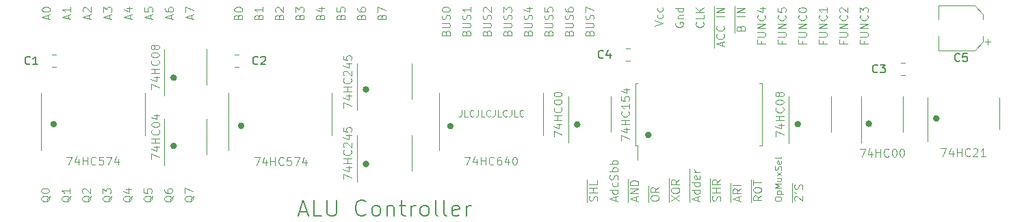
<source format=gbr>
%TF.GenerationSoftware,KiCad,Pcbnew,(6.0.0-0)*%
%TF.CreationDate,2022-01-19T10:51:19-05:00*%
%TF.ProjectId,Control_and_Output,436f6e74-726f-46c5-9f61-6e645f4f7574,rev?*%
%TF.SameCoordinates,Original*%
%TF.FileFunction,Legend,Top*%
%TF.FilePolarity,Positive*%
%FSLAX46Y46*%
G04 Gerber Fmt 4.6, Leading zero omitted, Abs format (unit mm)*
G04 Created by KiCad (PCBNEW (6.0.0-0)) date 2022-01-19 10:51:19*
%MOMM*%
%LPD*%
G01*
G04 APERTURE LIST*
%ADD10C,0.400000*%
%ADD11C,0.100000*%
%ADD12C,0.150000*%
%ADD13C,0.120000*%
G04 APERTURE END LIST*
D10*
X120650000Y-106600000D02*
G75*
G03*
X120650000Y-106600000I-200000J0D01*
G01*
X189550000Y-106400000D02*
G75*
G03*
X189550000Y-106400000I-200000J0D01*
G01*
X171050000Y-107750000D02*
G75*
G03*
X171050000Y-107750000I-200000J0D01*
G01*
X136100000Y-102100000D02*
G75*
G03*
X136100000Y-102100000I-200000J0D01*
G01*
X146550000Y-106650000D02*
G75*
G03*
X146550000Y-106650000I-200000J0D01*
G01*
X112300000Y-100650000D02*
G75*
G03*
X112300000Y-100650000I-200000J0D01*
G01*
X206700000Y-105700000D02*
G75*
G03*
X206700000Y-105700000I-200000J0D01*
G01*
X112300000Y-109100000D02*
G75*
G03*
X112300000Y-109100000I-200000J0D01*
G01*
X97450000Y-106400000D02*
G75*
G03*
X97450000Y-106400000I-200000J0D01*
G01*
X162250000Y-106450000D02*
G75*
G03*
X162250000Y-106450000I-200000J0D01*
G01*
X198350000Y-106350000D02*
G75*
G03*
X198350000Y-106350000I-200000J0D01*
G01*
X136100000Y-111350000D02*
G75*
G03*
X136100000Y-111350000I-200000J0D01*
G01*
D11*
X153398571Y-95095952D02*
X153446190Y-94953095D01*
X153493809Y-94905476D01*
X153589047Y-94857857D01*
X153731904Y-94857857D01*
X153827142Y-94905476D01*
X153874761Y-94953095D01*
X153922380Y-95048333D01*
X153922380Y-95429285D01*
X152922380Y-95429285D01*
X152922380Y-95095952D01*
X152970000Y-95000714D01*
X153017619Y-94953095D01*
X153112857Y-94905476D01*
X153208095Y-94905476D01*
X153303333Y-94953095D01*
X153350952Y-95000714D01*
X153398571Y-95095952D01*
X153398571Y-95429285D01*
X152922380Y-94429285D02*
X153731904Y-94429285D01*
X153827142Y-94381666D01*
X153874761Y-94334047D01*
X153922380Y-94238809D01*
X153922380Y-94048333D01*
X153874761Y-93953095D01*
X153827142Y-93905476D01*
X153731904Y-93857857D01*
X152922380Y-93857857D01*
X153874761Y-93429285D02*
X153922380Y-93286428D01*
X153922380Y-93048333D01*
X153874761Y-92953095D01*
X153827142Y-92905476D01*
X153731904Y-92857857D01*
X153636666Y-92857857D01*
X153541428Y-92905476D01*
X153493809Y-92953095D01*
X153446190Y-93048333D01*
X153398571Y-93238809D01*
X153350952Y-93334047D01*
X153303333Y-93381666D01*
X153208095Y-93429285D01*
X153112857Y-93429285D01*
X153017619Y-93381666D01*
X152970000Y-93334047D01*
X152922380Y-93238809D01*
X152922380Y-93000714D01*
X152970000Y-92857857D01*
X152922380Y-92524523D02*
X152922380Y-91905476D01*
X153303333Y-92238809D01*
X153303333Y-92095952D01*
X153350952Y-92000714D01*
X153398571Y-91953095D01*
X153493809Y-91905476D01*
X153731904Y-91905476D01*
X153827142Y-91953095D01*
X153874761Y-92000714D01*
X153922380Y-92095952D01*
X153922380Y-92381666D01*
X153874761Y-92476904D01*
X153827142Y-92524523D01*
X183574000Y-116085000D02*
X183574000Y-115085000D01*
X184856380Y-115275476D02*
X184380190Y-115608809D01*
X184856380Y-115846904D02*
X183856380Y-115846904D01*
X183856380Y-115465952D01*
X183904000Y-115370714D01*
X183951619Y-115323095D01*
X184046857Y-115275476D01*
X184189714Y-115275476D01*
X184284952Y-115323095D01*
X184332571Y-115370714D01*
X184380190Y-115465952D01*
X184380190Y-115846904D01*
X183574000Y-115085000D02*
X183574000Y-114037380D01*
X183856380Y-114656428D02*
X183856380Y-114465952D01*
X183904000Y-114370714D01*
X183999238Y-114275476D01*
X184189714Y-114227857D01*
X184523047Y-114227857D01*
X184713523Y-114275476D01*
X184808761Y-114370714D01*
X184856380Y-114465952D01*
X184856380Y-114656428D01*
X184808761Y-114751666D01*
X184713523Y-114846904D01*
X184523047Y-114894523D01*
X184189714Y-114894523D01*
X183999238Y-114846904D01*
X183904000Y-114751666D01*
X183856380Y-114656428D01*
X183574000Y-114037380D02*
X183574000Y-113275476D01*
X183856380Y-113942142D02*
X183856380Y-113370714D01*
X184856380Y-113656428D02*
X183856380Y-113656428D01*
X181530000Y-95050714D02*
X181530000Y-94050714D01*
X182288571Y-94479285D02*
X182336190Y-94336428D01*
X182383809Y-94288809D01*
X182479047Y-94241190D01*
X182621904Y-94241190D01*
X182717142Y-94288809D01*
X182764761Y-94336428D01*
X182812380Y-94431666D01*
X182812380Y-94812619D01*
X181812380Y-94812619D01*
X181812380Y-94479285D01*
X181860000Y-94384047D01*
X181907619Y-94336428D01*
X182002857Y-94288809D01*
X182098095Y-94288809D01*
X182193333Y-94336428D01*
X182240952Y-94384047D01*
X182288571Y-94479285D01*
X182288571Y-94812619D01*
X181530000Y-94050714D02*
X181530000Y-93288809D01*
X181530000Y-93288809D02*
X181530000Y-92812619D01*
X182812380Y-93050714D02*
X181812380Y-93050714D01*
X181530000Y-92812619D02*
X181530000Y-91765000D01*
X182812380Y-92574523D02*
X181812380Y-92574523D01*
X182812380Y-92003095D01*
X181812380Y-92003095D01*
X178990000Y-96907857D02*
X178990000Y-96050714D01*
X179986666Y-96717380D02*
X179986666Y-96241190D01*
X180272380Y-96812619D02*
X179272380Y-96479285D01*
X180272380Y-96145952D01*
X178990000Y-96050714D02*
X178990000Y-95050714D01*
X180177142Y-95241190D02*
X180224761Y-95288809D01*
X180272380Y-95431666D01*
X180272380Y-95526904D01*
X180224761Y-95669761D01*
X180129523Y-95765000D01*
X180034285Y-95812619D01*
X179843809Y-95860238D01*
X179700952Y-95860238D01*
X179510476Y-95812619D01*
X179415238Y-95765000D01*
X179320000Y-95669761D01*
X179272380Y-95526904D01*
X179272380Y-95431666D01*
X179320000Y-95288809D01*
X179367619Y-95241190D01*
X178990000Y-95050714D02*
X178990000Y-94050714D01*
X180177142Y-94241190D02*
X180224761Y-94288809D01*
X180272380Y-94431666D01*
X180272380Y-94526904D01*
X180224761Y-94669761D01*
X180129523Y-94765000D01*
X180034285Y-94812619D01*
X179843809Y-94860238D01*
X179700952Y-94860238D01*
X179510476Y-94812619D01*
X179415238Y-94765000D01*
X179320000Y-94669761D01*
X179272380Y-94526904D01*
X179272380Y-94431666D01*
X179320000Y-94288809D01*
X179367619Y-94241190D01*
X178990000Y-94050714D02*
X178990000Y-93288809D01*
X178990000Y-93288809D02*
X178990000Y-92812619D01*
X180272380Y-93050714D02*
X179272380Y-93050714D01*
X178990000Y-92812619D02*
X178990000Y-91765000D01*
X180272380Y-92574523D02*
X179272380Y-92574523D01*
X180272380Y-92003095D01*
X179272380Y-92003095D01*
X132778571Y-93095952D02*
X132826190Y-92953095D01*
X132873809Y-92905476D01*
X132969047Y-92857857D01*
X133111904Y-92857857D01*
X133207142Y-92905476D01*
X133254761Y-92953095D01*
X133302380Y-93048333D01*
X133302380Y-93429285D01*
X132302380Y-93429285D01*
X132302380Y-93095952D01*
X132350000Y-93000714D01*
X132397619Y-92953095D01*
X132492857Y-92905476D01*
X132588095Y-92905476D01*
X132683333Y-92953095D01*
X132730952Y-93000714D01*
X132778571Y-93095952D01*
X132778571Y-93429285D01*
X132302380Y-91953095D02*
X132302380Y-92429285D01*
X132778571Y-92476904D01*
X132730952Y-92429285D01*
X132683333Y-92334047D01*
X132683333Y-92095952D01*
X132730952Y-92000714D01*
X132778571Y-91953095D01*
X132873809Y-91905476D01*
X133111904Y-91905476D01*
X133207142Y-91953095D01*
X133254761Y-92000714D01*
X133302380Y-92095952D01*
X133302380Y-92334047D01*
X133254761Y-92429285D01*
X133207142Y-92476904D01*
X170874000Y-116085000D02*
X170874000Y-115037380D01*
X171156380Y-115656428D02*
X171156380Y-115465952D01*
X171204000Y-115370714D01*
X171299238Y-115275476D01*
X171489714Y-115227857D01*
X171823047Y-115227857D01*
X172013523Y-115275476D01*
X172108761Y-115370714D01*
X172156380Y-115465952D01*
X172156380Y-115656428D01*
X172108761Y-115751666D01*
X172013523Y-115846904D01*
X171823047Y-115894523D01*
X171489714Y-115894523D01*
X171299238Y-115846904D01*
X171204000Y-115751666D01*
X171156380Y-115656428D01*
X170874000Y-115037380D02*
X170874000Y-114037380D01*
X172156380Y-114227857D02*
X171680190Y-114561190D01*
X172156380Y-114799285D02*
X171156380Y-114799285D01*
X171156380Y-114418333D01*
X171204000Y-114323095D01*
X171251619Y-114275476D01*
X171346857Y-114227857D01*
X171489714Y-114227857D01*
X171584952Y-114275476D01*
X171632571Y-114323095D01*
X171680190Y-114418333D01*
X171680190Y-114799285D01*
X166790666Y-115894523D02*
X166790666Y-115418333D01*
X167076380Y-115989761D02*
X166076380Y-115656428D01*
X167076380Y-115323095D01*
X167076380Y-114561190D02*
X166076380Y-114561190D01*
X167028761Y-114561190D02*
X167076380Y-114656428D01*
X167076380Y-114846904D01*
X167028761Y-114942142D01*
X166981142Y-114989761D01*
X166885904Y-115037380D01*
X166600190Y-115037380D01*
X166504952Y-114989761D01*
X166457333Y-114942142D01*
X166409714Y-114846904D01*
X166409714Y-114656428D01*
X166457333Y-114561190D01*
X167028761Y-113656428D02*
X167076380Y-113751666D01*
X167076380Y-113942142D01*
X167028761Y-114037380D01*
X166981142Y-114085000D01*
X166885904Y-114132619D01*
X166600190Y-114132619D01*
X166504952Y-114085000D01*
X166457333Y-114037380D01*
X166409714Y-113942142D01*
X166409714Y-113751666D01*
X166457333Y-113656428D01*
X167028761Y-113275476D02*
X167076380Y-113132619D01*
X167076380Y-112894523D01*
X167028761Y-112799285D01*
X166981142Y-112751666D01*
X166885904Y-112704047D01*
X166790666Y-112704047D01*
X166695428Y-112751666D01*
X166647809Y-112799285D01*
X166600190Y-112894523D01*
X166552571Y-113085000D01*
X166504952Y-113180238D01*
X166457333Y-113227857D01*
X166362095Y-113275476D01*
X166266857Y-113275476D01*
X166171619Y-113227857D01*
X166124000Y-113180238D01*
X166076380Y-113085000D01*
X166076380Y-112846904D01*
X166124000Y-112704047D01*
X167076380Y-112275476D02*
X166076380Y-112275476D01*
X166457333Y-112275476D02*
X166409714Y-112180238D01*
X166409714Y-111989761D01*
X166457333Y-111894523D01*
X166504952Y-111846904D01*
X166600190Y-111799285D01*
X166885904Y-111799285D01*
X166981142Y-111846904D01*
X167028761Y-111894523D01*
X167076380Y-111989761D01*
X167076380Y-112180238D01*
X167028761Y-112275476D01*
X167076380Y-111370714D02*
X166076380Y-111370714D01*
X166457333Y-111370714D02*
X166409714Y-111275476D01*
X166409714Y-111085000D01*
X166457333Y-110989761D01*
X166504952Y-110942142D01*
X166600190Y-110894523D01*
X166885904Y-110894523D01*
X166981142Y-110942142D01*
X167028761Y-110989761D01*
X167076380Y-111085000D01*
X167076380Y-111275476D01*
X167028761Y-111370714D01*
X114577619Y-115280238D02*
X114530000Y-115375476D01*
X114434761Y-115470714D01*
X114291904Y-115613571D01*
X114244285Y-115708809D01*
X114244285Y-115804047D01*
X114482380Y-115756428D02*
X114434761Y-115851666D01*
X114339523Y-115946904D01*
X114149047Y-115994523D01*
X113815714Y-115994523D01*
X113625238Y-115946904D01*
X113530000Y-115851666D01*
X113482380Y-115756428D01*
X113482380Y-115565952D01*
X113530000Y-115470714D01*
X113625238Y-115375476D01*
X113815714Y-115327857D01*
X114149047Y-115327857D01*
X114339523Y-115375476D01*
X114434761Y-115470714D01*
X114482380Y-115565952D01*
X114482380Y-115756428D01*
X113482380Y-114994523D02*
X113482380Y-114327857D01*
X114482380Y-114756428D01*
X178494000Y-116085000D02*
X178494000Y-115132619D01*
X179728761Y-115894523D02*
X179776380Y-115751666D01*
X179776380Y-115513571D01*
X179728761Y-115418333D01*
X179681142Y-115370714D01*
X179585904Y-115323095D01*
X179490666Y-115323095D01*
X179395428Y-115370714D01*
X179347809Y-115418333D01*
X179300190Y-115513571D01*
X179252571Y-115704047D01*
X179204952Y-115799285D01*
X179157333Y-115846904D01*
X179062095Y-115894523D01*
X178966857Y-115894523D01*
X178871619Y-115846904D01*
X178824000Y-115799285D01*
X178776380Y-115704047D01*
X178776380Y-115465952D01*
X178824000Y-115323095D01*
X178494000Y-115132619D02*
X178494000Y-114085000D01*
X179776380Y-114894523D02*
X178776380Y-114894523D01*
X179252571Y-114894523D02*
X179252571Y-114323095D01*
X179776380Y-114323095D02*
X178776380Y-114323095D01*
X178494000Y-114085000D02*
X178494000Y-113085000D01*
X179776380Y-113275476D02*
X179300190Y-113608809D01*
X179776380Y-113846904D02*
X178776380Y-113846904D01*
X178776380Y-113465952D01*
X178824000Y-113370714D01*
X178871619Y-113323095D01*
X178966857Y-113275476D01*
X179109714Y-113275476D01*
X179204952Y-113323095D01*
X179252571Y-113370714D01*
X179300190Y-113465952D01*
X179300190Y-113846904D01*
X145778571Y-95095952D02*
X145826190Y-94953095D01*
X145873809Y-94905476D01*
X145969047Y-94857857D01*
X146111904Y-94857857D01*
X146207142Y-94905476D01*
X146254761Y-94953095D01*
X146302380Y-95048333D01*
X146302380Y-95429285D01*
X145302380Y-95429285D01*
X145302380Y-95095952D01*
X145350000Y-95000714D01*
X145397619Y-94953095D01*
X145492857Y-94905476D01*
X145588095Y-94905476D01*
X145683333Y-94953095D01*
X145730952Y-95000714D01*
X145778571Y-95095952D01*
X145778571Y-95429285D01*
X145302380Y-94429285D02*
X146111904Y-94429285D01*
X146207142Y-94381666D01*
X146254761Y-94334047D01*
X146302380Y-94238809D01*
X146302380Y-94048333D01*
X146254761Y-93953095D01*
X146207142Y-93905476D01*
X146111904Y-93857857D01*
X145302380Y-93857857D01*
X146254761Y-93429285D02*
X146302380Y-93286428D01*
X146302380Y-93048333D01*
X146254761Y-92953095D01*
X146207142Y-92905476D01*
X146111904Y-92857857D01*
X146016666Y-92857857D01*
X145921428Y-92905476D01*
X145873809Y-92953095D01*
X145826190Y-93048333D01*
X145778571Y-93238809D01*
X145730952Y-93334047D01*
X145683333Y-93381666D01*
X145588095Y-93429285D01*
X145492857Y-93429285D01*
X145397619Y-93381666D01*
X145350000Y-93334047D01*
X145302380Y-93238809D01*
X145302380Y-93000714D01*
X145350000Y-92857857D01*
X145302380Y-92238809D02*
X145302380Y-92143571D01*
X145350000Y-92048333D01*
X145397619Y-92000714D01*
X145492857Y-91953095D01*
X145683333Y-91905476D01*
X145921428Y-91905476D01*
X146111904Y-91953095D01*
X146207142Y-92000714D01*
X146254761Y-92048333D01*
X146302380Y-92143571D01*
X146302380Y-92238809D01*
X146254761Y-92334047D01*
X146207142Y-92381666D01*
X146111904Y-92429285D01*
X145921428Y-92476904D01*
X145683333Y-92476904D01*
X145492857Y-92429285D01*
X145397619Y-92381666D01*
X145350000Y-92334047D01*
X145302380Y-92238809D01*
X101596666Y-93334047D02*
X101596666Y-92857857D01*
X101882380Y-93429285D02*
X100882380Y-93095952D01*
X101882380Y-92762619D01*
X100977619Y-92476904D02*
X100930000Y-92429285D01*
X100882380Y-92334047D01*
X100882380Y-92095952D01*
X100930000Y-92000714D01*
X100977619Y-91953095D01*
X101072857Y-91905476D01*
X101168095Y-91905476D01*
X101310952Y-91953095D01*
X101882380Y-92524523D01*
X101882380Y-91905476D01*
X111756666Y-93334047D02*
X111756666Y-92857857D01*
X112042380Y-93429285D02*
X111042380Y-93095952D01*
X112042380Y-92762619D01*
X111042380Y-92000714D02*
X111042380Y-92191190D01*
X111090000Y-92286428D01*
X111137619Y-92334047D01*
X111280476Y-92429285D01*
X111470952Y-92476904D01*
X111851904Y-92476904D01*
X111947142Y-92429285D01*
X111994761Y-92381666D01*
X112042380Y-92286428D01*
X112042380Y-92095952D01*
X111994761Y-92000714D01*
X111947142Y-91953095D01*
X111851904Y-91905476D01*
X111613809Y-91905476D01*
X111518571Y-91953095D01*
X111470952Y-92000714D01*
X111423333Y-92095952D01*
X111423333Y-92286428D01*
X111470952Y-92381666D01*
X111518571Y-92429285D01*
X111613809Y-92476904D01*
X173414000Y-116085000D02*
X173414000Y-115132619D01*
X173696380Y-115942142D02*
X174696380Y-115275476D01*
X173696380Y-115275476D02*
X174696380Y-115942142D01*
X173414000Y-115132619D02*
X173414000Y-114085000D01*
X173696380Y-114704047D02*
X173696380Y-114513571D01*
X173744000Y-114418333D01*
X173839238Y-114323095D01*
X174029714Y-114275476D01*
X174363047Y-114275476D01*
X174553523Y-114323095D01*
X174648761Y-114418333D01*
X174696380Y-114513571D01*
X174696380Y-114704047D01*
X174648761Y-114799285D01*
X174553523Y-114894523D01*
X174363047Y-114942142D01*
X174029714Y-114942142D01*
X173839238Y-114894523D01*
X173744000Y-114799285D01*
X173696380Y-114704047D01*
X173414000Y-114085000D02*
X173414000Y-113085000D01*
X174696380Y-113275476D02*
X174220190Y-113608809D01*
X174696380Y-113846904D02*
X173696380Y-113846904D01*
X173696380Y-113465952D01*
X173744000Y-113370714D01*
X173791619Y-113323095D01*
X173886857Y-113275476D01*
X174029714Y-113275476D01*
X174124952Y-113323095D01*
X174172571Y-113370714D01*
X174220190Y-113465952D01*
X174220190Y-113846904D01*
X104136666Y-93334047D02*
X104136666Y-92857857D01*
X104422380Y-93429285D02*
X103422380Y-93095952D01*
X104422380Y-92762619D01*
X103422380Y-92524523D02*
X103422380Y-91905476D01*
X103803333Y-92238809D01*
X103803333Y-92095952D01*
X103850952Y-92000714D01*
X103898571Y-91953095D01*
X103993809Y-91905476D01*
X104231904Y-91905476D01*
X104327142Y-91953095D01*
X104374761Y-92000714D01*
X104422380Y-92095952D01*
X104422380Y-92381666D01*
X104374761Y-92476904D01*
X104327142Y-92524523D01*
X147754761Y-104661904D02*
X147754761Y-105233333D01*
X147716666Y-105347619D01*
X147640476Y-105423809D01*
X147526190Y-105461904D01*
X147450000Y-105461904D01*
X148516666Y-105461904D02*
X148135714Y-105461904D01*
X148135714Y-104661904D01*
X149240476Y-105385714D02*
X149202380Y-105423809D01*
X149088095Y-105461904D01*
X149011904Y-105461904D01*
X148897619Y-105423809D01*
X148821428Y-105347619D01*
X148783333Y-105271428D01*
X148745238Y-105119047D01*
X148745238Y-105004761D01*
X148783333Y-104852380D01*
X148821428Y-104776190D01*
X148897619Y-104700000D01*
X149011904Y-104661904D01*
X149088095Y-104661904D01*
X149202380Y-104700000D01*
X149240476Y-104738095D01*
X149811904Y-104661904D02*
X149811904Y-105233333D01*
X149773809Y-105347619D01*
X149697619Y-105423809D01*
X149583333Y-105461904D01*
X149507142Y-105461904D01*
X150573809Y-105461904D02*
X150192857Y-105461904D01*
X150192857Y-104661904D01*
X151297619Y-105385714D02*
X151259523Y-105423809D01*
X151145238Y-105461904D01*
X151069047Y-105461904D01*
X150954761Y-105423809D01*
X150878571Y-105347619D01*
X150840476Y-105271428D01*
X150802380Y-105119047D01*
X150802380Y-105004761D01*
X150840476Y-104852380D01*
X150878571Y-104776190D01*
X150954761Y-104700000D01*
X151069047Y-104661904D01*
X151145238Y-104661904D01*
X151259523Y-104700000D01*
X151297619Y-104738095D01*
X151869047Y-104661904D02*
X151869047Y-105233333D01*
X151830952Y-105347619D01*
X151754761Y-105423809D01*
X151640476Y-105461904D01*
X151564285Y-105461904D01*
X152630952Y-105461904D02*
X152250000Y-105461904D01*
X152250000Y-104661904D01*
X153354761Y-105385714D02*
X153316666Y-105423809D01*
X153202380Y-105461904D01*
X153126190Y-105461904D01*
X153011904Y-105423809D01*
X152935714Y-105347619D01*
X152897619Y-105271428D01*
X152859523Y-105119047D01*
X152859523Y-105004761D01*
X152897619Y-104852380D01*
X152935714Y-104776190D01*
X153011904Y-104700000D01*
X153126190Y-104661904D01*
X153202380Y-104661904D01*
X153316666Y-104700000D01*
X153354761Y-104738095D01*
X153926190Y-104661904D02*
X153926190Y-105233333D01*
X153888095Y-105347619D01*
X153811904Y-105423809D01*
X153697619Y-105461904D01*
X153621428Y-105461904D01*
X154688095Y-105461904D02*
X154307142Y-105461904D01*
X154307142Y-104661904D01*
X155411904Y-105385714D02*
X155373809Y-105423809D01*
X155259523Y-105461904D01*
X155183333Y-105461904D01*
X155069047Y-105423809D01*
X154992857Y-105347619D01*
X154954761Y-105271428D01*
X154916666Y-105119047D01*
X154916666Y-105004761D01*
X154954761Y-104852380D01*
X154992857Y-104776190D01*
X155069047Y-104700000D01*
X155183333Y-104661904D01*
X155259523Y-104661904D01*
X155373809Y-104700000D01*
X155411904Y-104738095D01*
X194988571Y-96098333D02*
X194988571Y-96431666D01*
X195512380Y-96431666D02*
X194512380Y-96431666D01*
X194512380Y-95955476D01*
X194512380Y-95574523D02*
X195321904Y-95574523D01*
X195417142Y-95526904D01*
X195464761Y-95479285D01*
X195512380Y-95384047D01*
X195512380Y-95193571D01*
X195464761Y-95098333D01*
X195417142Y-95050714D01*
X195321904Y-95003095D01*
X194512380Y-95003095D01*
X195512380Y-94526904D02*
X194512380Y-94526904D01*
X195512380Y-93955476D01*
X194512380Y-93955476D01*
X195417142Y-92907857D02*
X195464761Y-92955476D01*
X195512380Y-93098333D01*
X195512380Y-93193571D01*
X195464761Y-93336428D01*
X195369523Y-93431666D01*
X195274285Y-93479285D01*
X195083809Y-93526904D01*
X194940952Y-93526904D01*
X194750476Y-93479285D01*
X194655238Y-93431666D01*
X194560000Y-93336428D01*
X194512380Y-93193571D01*
X194512380Y-93098333D01*
X194560000Y-92955476D01*
X194607619Y-92907857D01*
X194607619Y-92526904D02*
X194560000Y-92479285D01*
X194512380Y-92384047D01*
X194512380Y-92145952D01*
X194560000Y-92050714D01*
X194607619Y-92003095D01*
X194702857Y-91955476D01*
X194798095Y-91955476D01*
X194940952Y-92003095D01*
X195512380Y-92574523D01*
X195512380Y-91955476D01*
X192448571Y-96098333D02*
X192448571Y-96431666D01*
X192972380Y-96431666D02*
X191972380Y-96431666D01*
X191972380Y-95955476D01*
X191972380Y-95574523D02*
X192781904Y-95574523D01*
X192877142Y-95526904D01*
X192924761Y-95479285D01*
X192972380Y-95384047D01*
X192972380Y-95193571D01*
X192924761Y-95098333D01*
X192877142Y-95050714D01*
X192781904Y-95003095D01*
X191972380Y-95003095D01*
X192972380Y-94526904D02*
X191972380Y-94526904D01*
X192972380Y-93955476D01*
X191972380Y-93955476D01*
X192877142Y-92907857D02*
X192924761Y-92955476D01*
X192972380Y-93098333D01*
X192972380Y-93193571D01*
X192924761Y-93336428D01*
X192829523Y-93431666D01*
X192734285Y-93479285D01*
X192543809Y-93526904D01*
X192400952Y-93526904D01*
X192210476Y-93479285D01*
X192115238Y-93431666D01*
X192020000Y-93336428D01*
X191972380Y-93193571D01*
X191972380Y-93098333D01*
X192020000Y-92955476D01*
X192067619Y-92907857D01*
X192972380Y-91955476D02*
X192972380Y-92526904D01*
X192972380Y-92241190D02*
X191972380Y-92241190D01*
X192115238Y-92336428D01*
X192210476Y-92431666D01*
X192258095Y-92526904D01*
X161018571Y-95095952D02*
X161066190Y-94953095D01*
X161113809Y-94905476D01*
X161209047Y-94857857D01*
X161351904Y-94857857D01*
X161447142Y-94905476D01*
X161494761Y-94953095D01*
X161542380Y-95048333D01*
X161542380Y-95429285D01*
X160542380Y-95429285D01*
X160542380Y-95095952D01*
X160590000Y-95000714D01*
X160637619Y-94953095D01*
X160732857Y-94905476D01*
X160828095Y-94905476D01*
X160923333Y-94953095D01*
X160970952Y-95000714D01*
X161018571Y-95095952D01*
X161018571Y-95429285D01*
X160542380Y-94429285D02*
X161351904Y-94429285D01*
X161447142Y-94381666D01*
X161494761Y-94334047D01*
X161542380Y-94238809D01*
X161542380Y-94048333D01*
X161494761Y-93953095D01*
X161447142Y-93905476D01*
X161351904Y-93857857D01*
X160542380Y-93857857D01*
X161494761Y-93429285D02*
X161542380Y-93286428D01*
X161542380Y-93048333D01*
X161494761Y-92953095D01*
X161447142Y-92905476D01*
X161351904Y-92857857D01*
X161256666Y-92857857D01*
X161161428Y-92905476D01*
X161113809Y-92953095D01*
X161066190Y-93048333D01*
X161018571Y-93238809D01*
X160970952Y-93334047D01*
X160923333Y-93381666D01*
X160828095Y-93429285D01*
X160732857Y-93429285D01*
X160637619Y-93381666D01*
X160590000Y-93334047D01*
X160542380Y-93238809D01*
X160542380Y-93000714D01*
X160590000Y-92857857D01*
X160542380Y-92000714D02*
X160542380Y-92191190D01*
X160590000Y-92286428D01*
X160637619Y-92334047D01*
X160780476Y-92429285D01*
X160970952Y-92476904D01*
X161351904Y-92476904D01*
X161447142Y-92429285D01*
X161494761Y-92381666D01*
X161542380Y-92286428D01*
X161542380Y-92095952D01*
X161494761Y-92000714D01*
X161447142Y-91953095D01*
X161351904Y-91905476D01*
X161113809Y-91905476D01*
X161018571Y-91953095D01*
X160970952Y-92000714D01*
X160923333Y-92095952D01*
X160923333Y-92286428D01*
X160970952Y-92381666D01*
X161018571Y-92429285D01*
X161113809Y-92476904D01*
X112037619Y-115280238D02*
X111990000Y-115375476D01*
X111894761Y-115470714D01*
X111751904Y-115613571D01*
X111704285Y-115708809D01*
X111704285Y-115804047D01*
X111942380Y-115756428D02*
X111894761Y-115851666D01*
X111799523Y-115946904D01*
X111609047Y-115994523D01*
X111275714Y-115994523D01*
X111085238Y-115946904D01*
X110990000Y-115851666D01*
X110942380Y-115756428D01*
X110942380Y-115565952D01*
X110990000Y-115470714D01*
X111085238Y-115375476D01*
X111275714Y-115327857D01*
X111609047Y-115327857D01*
X111799523Y-115375476D01*
X111894761Y-115470714D01*
X111942380Y-115565952D01*
X111942380Y-115756428D01*
X110942380Y-114470714D02*
X110942380Y-114661190D01*
X110990000Y-114756428D01*
X111037619Y-114804047D01*
X111180476Y-114899285D01*
X111370952Y-114946904D01*
X111751904Y-114946904D01*
X111847142Y-114899285D01*
X111894761Y-114851666D01*
X111942380Y-114756428D01*
X111942380Y-114565952D01*
X111894761Y-114470714D01*
X111847142Y-114423095D01*
X111751904Y-114375476D01*
X111513809Y-114375476D01*
X111418571Y-114423095D01*
X111370952Y-114470714D01*
X111323333Y-114565952D01*
X111323333Y-114756428D01*
X111370952Y-114851666D01*
X111418571Y-114899285D01*
X111513809Y-114946904D01*
X104417619Y-115280238D02*
X104370000Y-115375476D01*
X104274761Y-115470714D01*
X104131904Y-115613571D01*
X104084285Y-115708809D01*
X104084285Y-115804047D01*
X104322380Y-115756428D02*
X104274761Y-115851666D01*
X104179523Y-115946904D01*
X103989047Y-115994523D01*
X103655714Y-115994523D01*
X103465238Y-115946904D01*
X103370000Y-115851666D01*
X103322380Y-115756428D01*
X103322380Y-115565952D01*
X103370000Y-115470714D01*
X103465238Y-115375476D01*
X103655714Y-115327857D01*
X103989047Y-115327857D01*
X104179523Y-115375476D01*
X104274761Y-115470714D01*
X104322380Y-115565952D01*
X104322380Y-115756428D01*
X103322380Y-114994523D02*
X103322380Y-114375476D01*
X103703333Y-114708809D01*
X103703333Y-114565952D01*
X103750952Y-114470714D01*
X103798571Y-114423095D01*
X103893809Y-114375476D01*
X104131904Y-114375476D01*
X104227142Y-114423095D01*
X104274761Y-114470714D01*
X104322380Y-114565952D01*
X104322380Y-114851666D01*
X104274761Y-114946904D01*
X104227142Y-114994523D01*
X197528571Y-96098333D02*
X197528571Y-96431666D01*
X198052380Y-96431666D02*
X197052380Y-96431666D01*
X197052380Y-95955476D01*
X197052380Y-95574523D02*
X197861904Y-95574523D01*
X197957142Y-95526904D01*
X198004761Y-95479285D01*
X198052380Y-95384047D01*
X198052380Y-95193571D01*
X198004761Y-95098333D01*
X197957142Y-95050714D01*
X197861904Y-95003095D01*
X197052380Y-95003095D01*
X198052380Y-94526904D02*
X197052380Y-94526904D01*
X198052380Y-93955476D01*
X197052380Y-93955476D01*
X197957142Y-92907857D02*
X198004761Y-92955476D01*
X198052380Y-93098333D01*
X198052380Y-93193571D01*
X198004761Y-93336428D01*
X197909523Y-93431666D01*
X197814285Y-93479285D01*
X197623809Y-93526904D01*
X197480952Y-93526904D01*
X197290476Y-93479285D01*
X197195238Y-93431666D01*
X197100000Y-93336428D01*
X197052380Y-93193571D01*
X197052380Y-93098333D01*
X197100000Y-92955476D01*
X197147619Y-92907857D01*
X197052380Y-92574523D02*
X197052380Y-91955476D01*
X197433333Y-92288809D01*
X197433333Y-92145952D01*
X197480952Y-92050714D01*
X197528571Y-92003095D01*
X197623809Y-91955476D01*
X197861904Y-91955476D01*
X197957142Y-92003095D01*
X198004761Y-92050714D01*
X198052380Y-92145952D01*
X198052380Y-92431666D01*
X198004761Y-92526904D01*
X197957142Y-92574523D01*
X125158571Y-93095952D02*
X125206190Y-92953095D01*
X125253809Y-92905476D01*
X125349047Y-92857857D01*
X125491904Y-92857857D01*
X125587142Y-92905476D01*
X125634761Y-92953095D01*
X125682380Y-93048333D01*
X125682380Y-93429285D01*
X124682380Y-93429285D01*
X124682380Y-93095952D01*
X124730000Y-93000714D01*
X124777619Y-92953095D01*
X124872857Y-92905476D01*
X124968095Y-92905476D01*
X125063333Y-92953095D01*
X125110952Y-93000714D01*
X125158571Y-93095952D01*
X125158571Y-93429285D01*
X124777619Y-92476904D02*
X124730000Y-92429285D01*
X124682380Y-92334047D01*
X124682380Y-92095952D01*
X124730000Y-92000714D01*
X124777619Y-91953095D01*
X124872857Y-91905476D01*
X124968095Y-91905476D01*
X125110952Y-91953095D01*
X125682380Y-92524523D01*
X125682380Y-91905476D01*
X114296666Y-93334047D02*
X114296666Y-92857857D01*
X114582380Y-93429285D02*
X113582380Y-93095952D01*
X114582380Y-92762619D01*
X113582380Y-92524523D02*
X113582380Y-91857857D01*
X114582380Y-92286428D01*
X130238571Y-93095952D02*
X130286190Y-92953095D01*
X130333809Y-92905476D01*
X130429047Y-92857857D01*
X130571904Y-92857857D01*
X130667142Y-92905476D01*
X130714761Y-92953095D01*
X130762380Y-93048333D01*
X130762380Y-93429285D01*
X129762380Y-93429285D01*
X129762380Y-93095952D01*
X129810000Y-93000714D01*
X129857619Y-92953095D01*
X129952857Y-92905476D01*
X130048095Y-92905476D01*
X130143333Y-92953095D01*
X130190952Y-93000714D01*
X130238571Y-93095952D01*
X130238571Y-93429285D01*
X130095714Y-92000714D02*
X130762380Y-92000714D01*
X129714761Y-92238809D02*
X130429047Y-92476904D01*
X130429047Y-91857857D01*
X96516666Y-93334047D02*
X96516666Y-92857857D01*
X96802380Y-93429285D02*
X95802380Y-93095952D01*
X96802380Y-92762619D01*
X95802380Y-92238809D02*
X95802380Y-92143571D01*
X95850000Y-92048333D01*
X95897619Y-92000714D01*
X95992857Y-91953095D01*
X96183333Y-91905476D01*
X96421428Y-91905476D01*
X96611904Y-91953095D01*
X96707142Y-92000714D01*
X96754761Y-92048333D01*
X96802380Y-92143571D01*
X96802380Y-92238809D01*
X96754761Y-92334047D01*
X96707142Y-92381666D01*
X96611904Y-92429285D01*
X96421428Y-92476904D01*
X96183333Y-92476904D01*
X95992857Y-92429285D01*
X95897619Y-92381666D01*
X95850000Y-92334047D01*
X95802380Y-92238809D01*
D12*
X127676190Y-117233333D02*
X128628571Y-117233333D01*
X127485714Y-117804761D02*
X128152380Y-115804761D01*
X128819047Y-117804761D01*
X130438095Y-117804761D02*
X129485714Y-117804761D01*
X129485714Y-115804761D01*
X131104761Y-115804761D02*
X131104761Y-117423809D01*
X131200000Y-117614285D01*
X131295238Y-117709523D01*
X131485714Y-117804761D01*
X131866666Y-117804761D01*
X132057142Y-117709523D01*
X132152380Y-117614285D01*
X132247619Y-117423809D01*
X132247619Y-115804761D01*
X135866666Y-117614285D02*
X135771428Y-117709523D01*
X135485714Y-117804761D01*
X135295238Y-117804761D01*
X135009523Y-117709523D01*
X134819047Y-117519047D01*
X134723809Y-117328571D01*
X134628571Y-116947619D01*
X134628571Y-116661904D01*
X134723809Y-116280952D01*
X134819047Y-116090476D01*
X135009523Y-115900000D01*
X135295238Y-115804761D01*
X135485714Y-115804761D01*
X135771428Y-115900000D01*
X135866666Y-115995238D01*
X137009523Y-117804761D02*
X136819047Y-117709523D01*
X136723809Y-117614285D01*
X136628571Y-117423809D01*
X136628571Y-116852380D01*
X136723809Y-116661904D01*
X136819047Y-116566666D01*
X137009523Y-116471428D01*
X137295238Y-116471428D01*
X137485714Y-116566666D01*
X137580952Y-116661904D01*
X137676190Y-116852380D01*
X137676190Y-117423809D01*
X137580952Y-117614285D01*
X137485714Y-117709523D01*
X137295238Y-117804761D01*
X137009523Y-117804761D01*
X138533333Y-116471428D02*
X138533333Y-117804761D01*
X138533333Y-116661904D02*
X138628571Y-116566666D01*
X138819047Y-116471428D01*
X139104761Y-116471428D01*
X139295238Y-116566666D01*
X139390476Y-116757142D01*
X139390476Y-117804761D01*
X140057142Y-116471428D02*
X140819047Y-116471428D01*
X140342857Y-115804761D02*
X140342857Y-117519047D01*
X140438095Y-117709523D01*
X140628571Y-117804761D01*
X140819047Y-117804761D01*
X141485714Y-117804761D02*
X141485714Y-116471428D01*
X141485714Y-116852380D02*
X141580952Y-116661904D01*
X141676190Y-116566666D01*
X141866666Y-116471428D01*
X142057142Y-116471428D01*
X143009523Y-117804761D02*
X142819047Y-117709523D01*
X142723809Y-117614285D01*
X142628571Y-117423809D01*
X142628571Y-116852380D01*
X142723809Y-116661904D01*
X142819047Y-116566666D01*
X143009523Y-116471428D01*
X143295238Y-116471428D01*
X143485714Y-116566666D01*
X143580952Y-116661904D01*
X143676190Y-116852380D01*
X143676190Y-117423809D01*
X143580952Y-117614285D01*
X143485714Y-117709523D01*
X143295238Y-117804761D01*
X143009523Y-117804761D01*
X144819047Y-117804761D02*
X144628571Y-117709523D01*
X144533333Y-117519047D01*
X144533333Y-115804761D01*
X145866666Y-117804761D02*
X145676190Y-117709523D01*
X145580952Y-117519047D01*
X145580952Y-115804761D01*
X147390476Y-117709523D02*
X147200000Y-117804761D01*
X146819047Y-117804761D01*
X146628571Y-117709523D01*
X146533333Y-117519047D01*
X146533333Y-116757142D01*
X146628571Y-116566666D01*
X146819047Y-116471428D01*
X147200000Y-116471428D01*
X147390476Y-116566666D01*
X147485714Y-116757142D01*
X147485714Y-116947619D01*
X146533333Y-117138095D01*
X148342857Y-117804761D02*
X148342857Y-116471428D01*
X148342857Y-116852380D02*
X148438095Y-116661904D01*
X148533333Y-116566666D01*
X148723809Y-116471428D01*
X148914285Y-116471428D01*
D11*
X175954000Y-116085000D02*
X175954000Y-115227857D01*
X176950666Y-115894523D02*
X176950666Y-115418333D01*
X177236380Y-115989761D02*
X176236380Y-115656428D01*
X177236380Y-115323095D01*
X175954000Y-115227857D02*
X175954000Y-114323095D01*
X177236380Y-114561190D02*
X176236380Y-114561190D01*
X177188761Y-114561190D02*
X177236380Y-114656428D01*
X177236380Y-114846904D01*
X177188761Y-114942142D01*
X177141142Y-114989761D01*
X177045904Y-115037380D01*
X176760190Y-115037380D01*
X176664952Y-114989761D01*
X176617333Y-114942142D01*
X176569714Y-114846904D01*
X176569714Y-114656428D01*
X176617333Y-114561190D01*
X175954000Y-114323095D02*
X175954000Y-113418333D01*
X177236380Y-113656428D02*
X176236380Y-113656428D01*
X177188761Y-113656428D02*
X177236380Y-113751666D01*
X177236380Y-113942142D01*
X177188761Y-114037380D01*
X177141142Y-114085000D01*
X177045904Y-114132619D01*
X176760190Y-114132619D01*
X176664952Y-114085000D01*
X176617333Y-114037380D01*
X176569714Y-113942142D01*
X176569714Y-113751666D01*
X176617333Y-113656428D01*
X175954000Y-113418333D02*
X175954000Y-112561190D01*
X177188761Y-112799285D02*
X177236380Y-112894523D01*
X177236380Y-113085000D01*
X177188761Y-113180238D01*
X177093523Y-113227857D01*
X176712571Y-113227857D01*
X176617333Y-113180238D01*
X176569714Y-113085000D01*
X176569714Y-112894523D01*
X176617333Y-112799285D01*
X176712571Y-112751666D01*
X176807809Y-112751666D01*
X176903047Y-113227857D01*
X175954000Y-112561190D02*
X175954000Y-111942142D01*
X177236380Y-112323095D02*
X176569714Y-112323095D01*
X176760190Y-112323095D02*
X176664952Y-112275476D01*
X176617333Y-112227857D01*
X176569714Y-112132619D01*
X176569714Y-112037380D01*
X137858571Y-93095952D02*
X137906190Y-92953095D01*
X137953809Y-92905476D01*
X138049047Y-92857857D01*
X138191904Y-92857857D01*
X138287142Y-92905476D01*
X138334761Y-92953095D01*
X138382380Y-93048333D01*
X138382380Y-93429285D01*
X137382380Y-93429285D01*
X137382380Y-93095952D01*
X137430000Y-93000714D01*
X137477619Y-92953095D01*
X137572857Y-92905476D01*
X137668095Y-92905476D01*
X137763333Y-92953095D01*
X137810952Y-93000714D01*
X137858571Y-93095952D01*
X137858571Y-93429285D01*
X137382380Y-92524523D02*
X137382380Y-91857857D01*
X138382380Y-92286428D01*
X155938571Y-95095952D02*
X155986190Y-94953095D01*
X156033809Y-94905476D01*
X156129047Y-94857857D01*
X156271904Y-94857857D01*
X156367142Y-94905476D01*
X156414761Y-94953095D01*
X156462380Y-95048333D01*
X156462380Y-95429285D01*
X155462380Y-95429285D01*
X155462380Y-95095952D01*
X155510000Y-95000714D01*
X155557619Y-94953095D01*
X155652857Y-94905476D01*
X155748095Y-94905476D01*
X155843333Y-94953095D01*
X155890952Y-95000714D01*
X155938571Y-95095952D01*
X155938571Y-95429285D01*
X155462380Y-94429285D02*
X156271904Y-94429285D01*
X156367142Y-94381666D01*
X156414761Y-94334047D01*
X156462380Y-94238809D01*
X156462380Y-94048333D01*
X156414761Y-93953095D01*
X156367142Y-93905476D01*
X156271904Y-93857857D01*
X155462380Y-93857857D01*
X156414761Y-93429285D02*
X156462380Y-93286428D01*
X156462380Y-93048333D01*
X156414761Y-92953095D01*
X156367142Y-92905476D01*
X156271904Y-92857857D01*
X156176666Y-92857857D01*
X156081428Y-92905476D01*
X156033809Y-92953095D01*
X155986190Y-93048333D01*
X155938571Y-93238809D01*
X155890952Y-93334047D01*
X155843333Y-93381666D01*
X155748095Y-93429285D01*
X155652857Y-93429285D01*
X155557619Y-93381666D01*
X155510000Y-93334047D01*
X155462380Y-93238809D01*
X155462380Y-93000714D01*
X155510000Y-92857857D01*
X155795714Y-92000714D02*
X156462380Y-92000714D01*
X155414761Y-92238809D02*
X156129047Y-92476904D01*
X156129047Y-91857857D01*
X158478571Y-95095952D02*
X158526190Y-94953095D01*
X158573809Y-94905476D01*
X158669047Y-94857857D01*
X158811904Y-94857857D01*
X158907142Y-94905476D01*
X158954761Y-94953095D01*
X159002380Y-95048333D01*
X159002380Y-95429285D01*
X158002380Y-95429285D01*
X158002380Y-95095952D01*
X158050000Y-95000714D01*
X158097619Y-94953095D01*
X158192857Y-94905476D01*
X158288095Y-94905476D01*
X158383333Y-94953095D01*
X158430952Y-95000714D01*
X158478571Y-95095952D01*
X158478571Y-95429285D01*
X158002380Y-94429285D02*
X158811904Y-94429285D01*
X158907142Y-94381666D01*
X158954761Y-94334047D01*
X159002380Y-94238809D01*
X159002380Y-94048333D01*
X158954761Y-93953095D01*
X158907142Y-93905476D01*
X158811904Y-93857857D01*
X158002380Y-93857857D01*
X158954761Y-93429285D02*
X159002380Y-93286428D01*
X159002380Y-93048333D01*
X158954761Y-92953095D01*
X158907142Y-92905476D01*
X158811904Y-92857857D01*
X158716666Y-92857857D01*
X158621428Y-92905476D01*
X158573809Y-92953095D01*
X158526190Y-93048333D01*
X158478571Y-93238809D01*
X158430952Y-93334047D01*
X158383333Y-93381666D01*
X158288095Y-93429285D01*
X158192857Y-93429285D01*
X158097619Y-93381666D01*
X158050000Y-93334047D01*
X158002380Y-93238809D01*
X158002380Y-93000714D01*
X158050000Y-92857857D01*
X158002380Y-91953095D02*
X158002380Y-92429285D01*
X158478571Y-92476904D01*
X158430952Y-92429285D01*
X158383333Y-92334047D01*
X158383333Y-92095952D01*
X158430952Y-92000714D01*
X158478571Y-91953095D01*
X158573809Y-91905476D01*
X158811904Y-91905476D01*
X158907142Y-91953095D01*
X158954761Y-92000714D01*
X159002380Y-92095952D01*
X159002380Y-92334047D01*
X158954761Y-92429285D01*
X158907142Y-92476904D01*
X163254000Y-116085000D02*
X163254000Y-115132619D01*
X164488761Y-115894523D02*
X164536380Y-115751666D01*
X164536380Y-115513571D01*
X164488761Y-115418333D01*
X164441142Y-115370714D01*
X164345904Y-115323095D01*
X164250666Y-115323095D01*
X164155428Y-115370714D01*
X164107809Y-115418333D01*
X164060190Y-115513571D01*
X164012571Y-115704047D01*
X163964952Y-115799285D01*
X163917333Y-115846904D01*
X163822095Y-115894523D01*
X163726857Y-115894523D01*
X163631619Y-115846904D01*
X163584000Y-115799285D01*
X163536380Y-115704047D01*
X163536380Y-115465952D01*
X163584000Y-115323095D01*
X163254000Y-115132619D02*
X163254000Y-114085000D01*
X164536380Y-114894523D02*
X163536380Y-114894523D01*
X164012571Y-114894523D02*
X164012571Y-114323095D01*
X164536380Y-114323095D02*
X163536380Y-114323095D01*
X163254000Y-114085000D02*
X163254000Y-113275476D01*
X164536380Y-113370714D02*
X164536380Y-113846904D01*
X163536380Y-113846904D01*
X127698571Y-93095952D02*
X127746190Y-92953095D01*
X127793809Y-92905476D01*
X127889047Y-92857857D01*
X128031904Y-92857857D01*
X128127142Y-92905476D01*
X128174761Y-92953095D01*
X128222380Y-93048333D01*
X128222380Y-93429285D01*
X127222380Y-93429285D01*
X127222380Y-93095952D01*
X127270000Y-93000714D01*
X127317619Y-92953095D01*
X127412857Y-92905476D01*
X127508095Y-92905476D01*
X127603333Y-92953095D01*
X127650952Y-93000714D01*
X127698571Y-93095952D01*
X127698571Y-93429285D01*
X127222380Y-92524523D02*
X127222380Y-91905476D01*
X127603333Y-92238809D01*
X127603333Y-92095952D01*
X127650952Y-92000714D01*
X127698571Y-91953095D01*
X127793809Y-91905476D01*
X128031904Y-91905476D01*
X128127142Y-91953095D01*
X128174761Y-92000714D01*
X128222380Y-92095952D01*
X128222380Y-92381666D01*
X128174761Y-92476904D01*
X128127142Y-92524523D01*
X187368571Y-96098333D02*
X187368571Y-96431666D01*
X187892380Y-96431666D02*
X186892380Y-96431666D01*
X186892380Y-95955476D01*
X186892380Y-95574523D02*
X187701904Y-95574523D01*
X187797142Y-95526904D01*
X187844761Y-95479285D01*
X187892380Y-95384047D01*
X187892380Y-95193571D01*
X187844761Y-95098333D01*
X187797142Y-95050714D01*
X187701904Y-95003095D01*
X186892380Y-95003095D01*
X187892380Y-94526904D02*
X186892380Y-94526904D01*
X187892380Y-93955476D01*
X186892380Y-93955476D01*
X187797142Y-92907857D02*
X187844761Y-92955476D01*
X187892380Y-93098333D01*
X187892380Y-93193571D01*
X187844761Y-93336428D01*
X187749523Y-93431666D01*
X187654285Y-93479285D01*
X187463809Y-93526904D01*
X187320952Y-93526904D01*
X187130476Y-93479285D01*
X187035238Y-93431666D01*
X186940000Y-93336428D01*
X186892380Y-93193571D01*
X186892380Y-93098333D01*
X186940000Y-92955476D01*
X186987619Y-92907857D01*
X186892380Y-92003095D02*
X186892380Y-92479285D01*
X187368571Y-92526904D01*
X187320952Y-92479285D01*
X187273333Y-92384047D01*
X187273333Y-92145952D01*
X187320952Y-92050714D01*
X187368571Y-92003095D01*
X187463809Y-91955476D01*
X187701904Y-91955476D01*
X187797142Y-92003095D01*
X187844761Y-92050714D01*
X187892380Y-92145952D01*
X187892380Y-92384047D01*
X187844761Y-92479285D01*
X187797142Y-92526904D01*
X174240000Y-93812619D02*
X174192380Y-93907857D01*
X174192380Y-94050714D01*
X174240000Y-94193571D01*
X174335238Y-94288809D01*
X174430476Y-94336428D01*
X174620952Y-94384047D01*
X174763809Y-94384047D01*
X174954285Y-94336428D01*
X175049523Y-94288809D01*
X175144761Y-94193571D01*
X175192380Y-94050714D01*
X175192380Y-93955476D01*
X175144761Y-93812619D01*
X175097142Y-93765000D01*
X174763809Y-93765000D01*
X174763809Y-93955476D01*
X174525714Y-93336428D02*
X175192380Y-93336428D01*
X174620952Y-93336428D02*
X174573333Y-93288809D01*
X174525714Y-93193571D01*
X174525714Y-93050714D01*
X174573333Y-92955476D01*
X174668571Y-92907857D01*
X175192380Y-92907857D01*
X175192380Y-92003095D02*
X174192380Y-92003095D01*
X175144761Y-92003095D02*
X175192380Y-92098333D01*
X175192380Y-92288809D01*
X175144761Y-92384047D01*
X175097142Y-92431666D01*
X175001904Y-92479285D01*
X174716190Y-92479285D01*
X174620952Y-92431666D01*
X174573333Y-92384047D01*
X174525714Y-92288809D01*
X174525714Y-92098333D01*
X174573333Y-92003095D01*
X106957619Y-115280238D02*
X106910000Y-115375476D01*
X106814761Y-115470714D01*
X106671904Y-115613571D01*
X106624285Y-115708809D01*
X106624285Y-115804047D01*
X106862380Y-115756428D02*
X106814761Y-115851666D01*
X106719523Y-115946904D01*
X106529047Y-115994523D01*
X106195714Y-115994523D01*
X106005238Y-115946904D01*
X105910000Y-115851666D01*
X105862380Y-115756428D01*
X105862380Y-115565952D01*
X105910000Y-115470714D01*
X106005238Y-115375476D01*
X106195714Y-115327857D01*
X106529047Y-115327857D01*
X106719523Y-115375476D01*
X106814761Y-115470714D01*
X106862380Y-115565952D01*
X106862380Y-115756428D01*
X106195714Y-114470714D02*
X106862380Y-114470714D01*
X105814761Y-114708809D02*
X106529047Y-114946904D01*
X106529047Y-114327857D01*
X188654000Y-116085000D02*
X188654000Y-115132619D01*
X189031619Y-115894523D02*
X188984000Y-115846904D01*
X188936380Y-115751666D01*
X188936380Y-115513571D01*
X188984000Y-115418333D01*
X189031619Y-115370714D01*
X189126857Y-115323095D01*
X189222095Y-115323095D01*
X189364952Y-115370714D01*
X189936380Y-115942142D01*
X189936380Y-115323095D01*
X188654000Y-115132619D02*
X188654000Y-114656428D01*
X188936380Y-114846904D02*
X189126857Y-114942142D01*
X188654000Y-114656428D02*
X188654000Y-113704047D01*
X189888761Y-114465952D02*
X189936380Y-114323095D01*
X189936380Y-114085000D01*
X189888761Y-113989761D01*
X189841142Y-113942142D01*
X189745904Y-113894523D01*
X189650666Y-113894523D01*
X189555428Y-113942142D01*
X189507809Y-113989761D01*
X189460190Y-114085000D01*
X189412571Y-114275476D01*
X189364952Y-114370714D01*
X189317333Y-114418333D01*
X189222095Y-114465952D01*
X189126857Y-114465952D01*
X189031619Y-114418333D01*
X188984000Y-114370714D01*
X188936380Y-114275476D01*
X188936380Y-114037380D01*
X188984000Y-113894523D01*
X171652380Y-94241190D02*
X172652380Y-93907857D01*
X171652380Y-93574523D01*
X172604761Y-92812619D02*
X172652380Y-92907857D01*
X172652380Y-93098333D01*
X172604761Y-93193571D01*
X172557142Y-93241190D01*
X172461904Y-93288809D01*
X172176190Y-93288809D01*
X172080952Y-93241190D01*
X172033333Y-93193571D01*
X171985714Y-93098333D01*
X171985714Y-92907857D01*
X172033333Y-92812619D01*
X172604761Y-91955476D02*
X172652380Y-92050714D01*
X172652380Y-92241190D01*
X172604761Y-92336428D01*
X172557142Y-92384047D01*
X172461904Y-92431666D01*
X172176190Y-92431666D01*
X172080952Y-92384047D01*
X172033333Y-92336428D01*
X171985714Y-92241190D01*
X171985714Y-92050714D01*
X172033333Y-91955476D01*
X101877619Y-115280238D02*
X101830000Y-115375476D01*
X101734761Y-115470714D01*
X101591904Y-115613571D01*
X101544285Y-115708809D01*
X101544285Y-115804047D01*
X101782380Y-115756428D02*
X101734761Y-115851666D01*
X101639523Y-115946904D01*
X101449047Y-115994523D01*
X101115714Y-115994523D01*
X100925238Y-115946904D01*
X100830000Y-115851666D01*
X100782380Y-115756428D01*
X100782380Y-115565952D01*
X100830000Y-115470714D01*
X100925238Y-115375476D01*
X101115714Y-115327857D01*
X101449047Y-115327857D01*
X101639523Y-115375476D01*
X101734761Y-115470714D01*
X101782380Y-115565952D01*
X101782380Y-115756428D01*
X100877619Y-114946904D02*
X100830000Y-114899285D01*
X100782380Y-114804047D01*
X100782380Y-114565952D01*
X100830000Y-114470714D01*
X100877619Y-114423095D01*
X100972857Y-114375476D01*
X101068095Y-114375476D01*
X101210952Y-114423095D01*
X101782380Y-114994523D01*
X101782380Y-114375476D01*
X163558571Y-95095952D02*
X163606190Y-94953095D01*
X163653809Y-94905476D01*
X163749047Y-94857857D01*
X163891904Y-94857857D01*
X163987142Y-94905476D01*
X164034761Y-94953095D01*
X164082380Y-95048333D01*
X164082380Y-95429285D01*
X163082380Y-95429285D01*
X163082380Y-95095952D01*
X163130000Y-95000714D01*
X163177619Y-94953095D01*
X163272857Y-94905476D01*
X163368095Y-94905476D01*
X163463333Y-94953095D01*
X163510952Y-95000714D01*
X163558571Y-95095952D01*
X163558571Y-95429285D01*
X163082380Y-94429285D02*
X163891904Y-94429285D01*
X163987142Y-94381666D01*
X164034761Y-94334047D01*
X164082380Y-94238809D01*
X164082380Y-94048333D01*
X164034761Y-93953095D01*
X163987142Y-93905476D01*
X163891904Y-93857857D01*
X163082380Y-93857857D01*
X164034761Y-93429285D02*
X164082380Y-93286428D01*
X164082380Y-93048333D01*
X164034761Y-92953095D01*
X163987142Y-92905476D01*
X163891904Y-92857857D01*
X163796666Y-92857857D01*
X163701428Y-92905476D01*
X163653809Y-92953095D01*
X163606190Y-93048333D01*
X163558571Y-93238809D01*
X163510952Y-93334047D01*
X163463333Y-93381666D01*
X163368095Y-93429285D01*
X163272857Y-93429285D01*
X163177619Y-93381666D01*
X163130000Y-93334047D01*
X163082380Y-93238809D01*
X163082380Y-93000714D01*
X163130000Y-92857857D01*
X163082380Y-92524523D02*
X163082380Y-91857857D01*
X164082380Y-92286428D01*
X106676666Y-93334047D02*
X106676666Y-92857857D01*
X106962380Y-93429285D02*
X105962380Y-93095952D01*
X106962380Y-92762619D01*
X106295714Y-92000714D02*
X106962380Y-92000714D01*
X105914761Y-92238809D02*
X106629047Y-92476904D01*
X106629047Y-91857857D01*
X120078571Y-93095952D02*
X120126190Y-92953095D01*
X120173809Y-92905476D01*
X120269047Y-92857857D01*
X120411904Y-92857857D01*
X120507142Y-92905476D01*
X120554761Y-92953095D01*
X120602380Y-93048333D01*
X120602380Y-93429285D01*
X119602380Y-93429285D01*
X119602380Y-93095952D01*
X119650000Y-93000714D01*
X119697619Y-92953095D01*
X119792857Y-92905476D01*
X119888095Y-92905476D01*
X119983333Y-92953095D01*
X120030952Y-93000714D01*
X120078571Y-93095952D01*
X120078571Y-93429285D01*
X119602380Y-92238809D02*
X119602380Y-92143571D01*
X119650000Y-92048333D01*
X119697619Y-92000714D01*
X119792857Y-91953095D01*
X119983333Y-91905476D01*
X120221428Y-91905476D01*
X120411904Y-91953095D01*
X120507142Y-92000714D01*
X120554761Y-92048333D01*
X120602380Y-92143571D01*
X120602380Y-92238809D01*
X120554761Y-92334047D01*
X120507142Y-92381666D01*
X120411904Y-92429285D01*
X120221428Y-92476904D01*
X119983333Y-92476904D01*
X119792857Y-92429285D01*
X119697619Y-92381666D01*
X119650000Y-92334047D01*
X119602380Y-92238809D01*
X168334000Y-116085000D02*
X168334000Y-115227857D01*
X169330666Y-115894523D02*
X169330666Y-115418333D01*
X169616380Y-115989761D02*
X168616380Y-115656428D01*
X169616380Y-115323095D01*
X168334000Y-115227857D02*
X168334000Y-114180238D01*
X169616380Y-114989761D02*
X168616380Y-114989761D01*
X169616380Y-114418333D01*
X168616380Y-114418333D01*
X168334000Y-114180238D02*
X168334000Y-113180238D01*
X169616380Y-113942142D02*
X168616380Y-113942142D01*
X168616380Y-113704047D01*
X168664000Y-113561190D01*
X168759238Y-113465952D01*
X168854476Y-113418333D01*
X169044952Y-113370714D01*
X169187809Y-113370714D01*
X169378285Y-113418333D01*
X169473523Y-113465952D01*
X169568761Y-113561190D01*
X169616380Y-113704047D01*
X169616380Y-113942142D01*
X148318571Y-95095952D02*
X148366190Y-94953095D01*
X148413809Y-94905476D01*
X148509047Y-94857857D01*
X148651904Y-94857857D01*
X148747142Y-94905476D01*
X148794761Y-94953095D01*
X148842380Y-95048333D01*
X148842380Y-95429285D01*
X147842380Y-95429285D01*
X147842380Y-95095952D01*
X147890000Y-95000714D01*
X147937619Y-94953095D01*
X148032857Y-94905476D01*
X148128095Y-94905476D01*
X148223333Y-94953095D01*
X148270952Y-95000714D01*
X148318571Y-95095952D01*
X148318571Y-95429285D01*
X147842380Y-94429285D02*
X148651904Y-94429285D01*
X148747142Y-94381666D01*
X148794761Y-94334047D01*
X148842380Y-94238809D01*
X148842380Y-94048333D01*
X148794761Y-93953095D01*
X148747142Y-93905476D01*
X148651904Y-93857857D01*
X147842380Y-93857857D01*
X148794761Y-93429285D02*
X148842380Y-93286428D01*
X148842380Y-93048333D01*
X148794761Y-92953095D01*
X148747142Y-92905476D01*
X148651904Y-92857857D01*
X148556666Y-92857857D01*
X148461428Y-92905476D01*
X148413809Y-92953095D01*
X148366190Y-93048333D01*
X148318571Y-93238809D01*
X148270952Y-93334047D01*
X148223333Y-93381666D01*
X148128095Y-93429285D01*
X148032857Y-93429285D01*
X147937619Y-93381666D01*
X147890000Y-93334047D01*
X147842380Y-93238809D01*
X147842380Y-93000714D01*
X147890000Y-92857857D01*
X148842380Y-91905476D02*
X148842380Y-92476904D01*
X148842380Y-92191190D02*
X147842380Y-92191190D01*
X147985238Y-92286428D01*
X148080476Y-92381666D01*
X148128095Y-92476904D01*
X99056666Y-93334047D02*
X99056666Y-92857857D01*
X99342380Y-93429285D02*
X98342380Y-93095952D01*
X99342380Y-92762619D01*
X99342380Y-91905476D02*
X99342380Y-92476904D01*
X99342380Y-92191190D02*
X98342380Y-92191190D01*
X98485238Y-92286428D01*
X98580476Y-92381666D01*
X98628095Y-92476904D01*
X177637142Y-93765000D02*
X177684761Y-93812619D01*
X177732380Y-93955476D01*
X177732380Y-94050714D01*
X177684761Y-94193571D01*
X177589523Y-94288809D01*
X177494285Y-94336428D01*
X177303809Y-94384047D01*
X177160952Y-94384047D01*
X176970476Y-94336428D01*
X176875238Y-94288809D01*
X176780000Y-94193571D01*
X176732380Y-94050714D01*
X176732380Y-93955476D01*
X176780000Y-93812619D01*
X176827619Y-93765000D01*
X177732380Y-92860238D02*
X177732380Y-93336428D01*
X176732380Y-93336428D01*
X177732380Y-92526904D02*
X176732380Y-92526904D01*
X177732380Y-91955476D02*
X177160952Y-92384047D01*
X176732380Y-91955476D02*
X177303809Y-92526904D01*
X96797619Y-115280238D02*
X96750000Y-115375476D01*
X96654761Y-115470714D01*
X96511904Y-115613571D01*
X96464285Y-115708809D01*
X96464285Y-115804047D01*
X96702380Y-115756428D02*
X96654761Y-115851666D01*
X96559523Y-115946904D01*
X96369047Y-115994523D01*
X96035714Y-115994523D01*
X95845238Y-115946904D01*
X95750000Y-115851666D01*
X95702380Y-115756428D01*
X95702380Y-115565952D01*
X95750000Y-115470714D01*
X95845238Y-115375476D01*
X96035714Y-115327857D01*
X96369047Y-115327857D01*
X96559523Y-115375476D01*
X96654761Y-115470714D01*
X96702380Y-115565952D01*
X96702380Y-115756428D01*
X95702380Y-114708809D02*
X95702380Y-114613571D01*
X95750000Y-114518333D01*
X95797619Y-114470714D01*
X95892857Y-114423095D01*
X96083333Y-114375476D01*
X96321428Y-114375476D01*
X96511904Y-114423095D01*
X96607142Y-114470714D01*
X96654761Y-114518333D01*
X96702380Y-114613571D01*
X96702380Y-114708809D01*
X96654761Y-114804047D01*
X96607142Y-114851666D01*
X96511904Y-114899285D01*
X96321428Y-114946904D01*
X96083333Y-114946904D01*
X95892857Y-114899285D01*
X95797619Y-114851666D01*
X95750000Y-114804047D01*
X95702380Y-114708809D01*
X135318571Y-93095952D02*
X135366190Y-92953095D01*
X135413809Y-92905476D01*
X135509047Y-92857857D01*
X135651904Y-92857857D01*
X135747142Y-92905476D01*
X135794761Y-92953095D01*
X135842380Y-93048333D01*
X135842380Y-93429285D01*
X134842380Y-93429285D01*
X134842380Y-93095952D01*
X134890000Y-93000714D01*
X134937619Y-92953095D01*
X135032857Y-92905476D01*
X135128095Y-92905476D01*
X135223333Y-92953095D01*
X135270952Y-93000714D01*
X135318571Y-93095952D01*
X135318571Y-93429285D01*
X134842380Y-92000714D02*
X134842380Y-92191190D01*
X134890000Y-92286428D01*
X134937619Y-92334047D01*
X135080476Y-92429285D01*
X135270952Y-92476904D01*
X135651904Y-92476904D01*
X135747142Y-92429285D01*
X135794761Y-92381666D01*
X135842380Y-92286428D01*
X135842380Y-92095952D01*
X135794761Y-92000714D01*
X135747142Y-91953095D01*
X135651904Y-91905476D01*
X135413809Y-91905476D01*
X135318571Y-91953095D01*
X135270952Y-92000714D01*
X135223333Y-92095952D01*
X135223333Y-92286428D01*
X135270952Y-92381666D01*
X135318571Y-92429285D01*
X135413809Y-92476904D01*
X122618571Y-93095952D02*
X122666190Y-92953095D01*
X122713809Y-92905476D01*
X122809047Y-92857857D01*
X122951904Y-92857857D01*
X123047142Y-92905476D01*
X123094761Y-92953095D01*
X123142380Y-93048333D01*
X123142380Y-93429285D01*
X122142380Y-93429285D01*
X122142380Y-93095952D01*
X122190000Y-93000714D01*
X122237619Y-92953095D01*
X122332857Y-92905476D01*
X122428095Y-92905476D01*
X122523333Y-92953095D01*
X122570952Y-93000714D01*
X122618571Y-93095952D01*
X122618571Y-93429285D01*
X123142380Y-91905476D02*
X123142380Y-92476904D01*
X123142380Y-92191190D02*
X122142380Y-92191190D01*
X122285238Y-92286428D01*
X122380476Y-92381666D01*
X122428095Y-92476904D01*
X99337619Y-115280238D02*
X99290000Y-115375476D01*
X99194761Y-115470714D01*
X99051904Y-115613571D01*
X99004285Y-115708809D01*
X99004285Y-115804047D01*
X99242380Y-115756428D02*
X99194761Y-115851666D01*
X99099523Y-115946904D01*
X98909047Y-115994523D01*
X98575714Y-115994523D01*
X98385238Y-115946904D01*
X98290000Y-115851666D01*
X98242380Y-115756428D01*
X98242380Y-115565952D01*
X98290000Y-115470714D01*
X98385238Y-115375476D01*
X98575714Y-115327857D01*
X98909047Y-115327857D01*
X99099523Y-115375476D01*
X99194761Y-115470714D01*
X99242380Y-115565952D01*
X99242380Y-115756428D01*
X99242380Y-114375476D02*
X99242380Y-114946904D01*
X99242380Y-114661190D02*
X98242380Y-114661190D01*
X98385238Y-114756428D01*
X98480476Y-114851666D01*
X98528095Y-114946904D01*
X186505904Y-115742142D02*
X186505904Y-115589761D01*
X186544000Y-115513571D01*
X186620190Y-115437380D01*
X186772571Y-115399285D01*
X187039238Y-115399285D01*
X187191619Y-115437380D01*
X187267809Y-115513571D01*
X187305904Y-115589761D01*
X187305904Y-115742142D01*
X187267809Y-115818333D01*
X187191619Y-115894523D01*
X187039238Y-115932619D01*
X186772571Y-115932619D01*
X186620190Y-115894523D01*
X186544000Y-115818333D01*
X186505904Y-115742142D01*
X186772571Y-115056428D02*
X187572571Y-115056428D01*
X186810666Y-115056428D02*
X186772571Y-114980238D01*
X186772571Y-114827857D01*
X186810666Y-114751666D01*
X186848761Y-114713571D01*
X186924952Y-114675476D01*
X187153523Y-114675476D01*
X187229714Y-114713571D01*
X187267809Y-114751666D01*
X187305904Y-114827857D01*
X187305904Y-114980238D01*
X187267809Y-115056428D01*
X187305904Y-114332619D02*
X186505904Y-114332619D01*
X187077333Y-114065952D01*
X186505904Y-113799285D01*
X187305904Y-113799285D01*
X186772571Y-113075476D02*
X187305904Y-113075476D01*
X186772571Y-113418333D02*
X187191619Y-113418333D01*
X187267809Y-113380238D01*
X187305904Y-113304047D01*
X187305904Y-113189761D01*
X187267809Y-113113571D01*
X187229714Y-113075476D01*
X187305904Y-112770714D02*
X186772571Y-112351666D01*
X186772571Y-112770714D02*
X187305904Y-112351666D01*
X187267809Y-112085000D02*
X187305904Y-111970714D01*
X187305904Y-111780238D01*
X187267809Y-111704047D01*
X187229714Y-111665952D01*
X187153523Y-111627857D01*
X187077333Y-111627857D01*
X187001142Y-111665952D01*
X186963047Y-111704047D01*
X186924952Y-111780238D01*
X186886857Y-111932619D01*
X186848761Y-112008809D01*
X186810666Y-112046904D01*
X186734476Y-112085000D01*
X186658285Y-112085000D01*
X186582095Y-112046904D01*
X186544000Y-112008809D01*
X186505904Y-111932619D01*
X186505904Y-111742142D01*
X186544000Y-111627857D01*
X187267809Y-110980238D02*
X187305904Y-111056428D01*
X187305904Y-111208809D01*
X187267809Y-111285000D01*
X187191619Y-111323095D01*
X186886857Y-111323095D01*
X186810666Y-111285000D01*
X186772571Y-111208809D01*
X186772571Y-111056428D01*
X186810666Y-110980238D01*
X186886857Y-110942142D01*
X186963047Y-110942142D01*
X187039238Y-111323095D01*
X187305904Y-110485000D02*
X187267809Y-110561190D01*
X187191619Y-110599285D01*
X186505904Y-110599285D01*
X109216666Y-93334047D02*
X109216666Y-92857857D01*
X109502380Y-93429285D02*
X108502380Y-93095952D01*
X109502380Y-92762619D01*
X108502380Y-91953095D02*
X108502380Y-92429285D01*
X108978571Y-92476904D01*
X108930952Y-92429285D01*
X108883333Y-92334047D01*
X108883333Y-92095952D01*
X108930952Y-92000714D01*
X108978571Y-91953095D01*
X109073809Y-91905476D01*
X109311904Y-91905476D01*
X109407142Y-91953095D01*
X109454761Y-92000714D01*
X109502380Y-92095952D01*
X109502380Y-92334047D01*
X109454761Y-92429285D01*
X109407142Y-92476904D01*
X150858571Y-95095952D02*
X150906190Y-94953095D01*
X150953809Y-94905476D01*
X151049047Y-94857857D01*
X151191904Y-94857857D01*
X151287142Y-94905476D01*
X151334761Y-94953095D01*
X151382380Y-95048333D01*
X151382380Y-95429285D01*
X150382380Y-95429285D01*
X150382380Y-95095952D01*
X150430000Y-95000714D01*
X150477619Y-94953095D01*
X150572857Y-94905476D01*
X150668095Y-94905476D01*
X150763333Y-94953095D01*
X150810952Y-95000714D01*
X150858571Y-95095952D01*
X150858571Y-95429285D01*
X150382380Y-94429285D02*
X151191904Y-94429285D01*
X151287142Y-94381666D01*
X151334761Y-94334047D01*
X151382380Y-94238809D01*
X151382380Y-94048333D01*
X151334761Y-93953095D01*
X151287142Y-93905476D01*
X151191904Y-93857857D01*
X150382380Y-93857857D01*
X151334761Y-93429285D02*
X151382380Y-93286428D01*
X151382380Y-93048333D01*
X151334761Y-92953095D01*
X151287142Y-92905476D01*
X151191904Y-92857857D01*
X151096666Y-92857857D01*
X151001428Y-92905476D01*
X150953809Y-92953095D01*
X150906190Y-93048333D01*
X150858571Y-93238809D01*
X150810952Y-93334047D01*
X150763333Y-93381666D01*
X150668095Y-93429285D01*
X150572857Y-93429285D01*
X150477619Y-93381666D01*
X150430000Y-93334047D01*
X150382380Y-93238809D01*
X150382380Y-93000714D01*
X150430000Y-92857857D01*
X150477619Y-92476904D02*
X150430000Y-92429285D01*
X150382380Y-92334047D01*
X150382380Y-92095952D01*
X150430000Y-92000714D01*
X150477619Y-91953095D01*
X150572857Y-91905476D01*
X150668095Y-91905476D01*
X150810952Y-91953095D01*
X151382380Y-92524523D01*
X151382380Y-91905476D01*
X181034000Y-116085000D02*
X181034000Y-115227857D01*
X182030666Y-115894523D02*
X182030666Y-115418333D01*
X182316380Y-115989761D02*
X181316380Y-115656428D01*
X182316380Y-115323095D01*
X181034000Y-115227857D02*
X181034000Y-114227857D01*
X182316380Y-114418333D02*
X181840190Y-114751666D01*
X182316380Y-114989761D02*
X181316380Y-114989761D01*
X181316380Y-114608809D01*
X181364000Y-114513571D01*
X181411619Y-114465952D01*
X181506857Y-114418333D01*
X181649714Y-114418333D01*
X181744952Y-114465952D01*
X181792571Y-114513571D01*
X181840190Y-114608809D01*
X181840190Y-114989761D01*
X181034000Y-114227857D02*
X181034000Y-113751666D01*
X182316380Y-113989761D02*
X181316380Y-113989761D01*
X189908571Y-96098333D02*
X189908571Y-96431666D01*
X190432380Y-96431666D02*
X189432380Y-96431666D01*
X189432380Y-95955476D01*
X189432380Y-95574523D02*
X190241904Y-95574523D01*
X190337142Y-95526904D01*
X190384761Y-95479285D01*
X190432380Y-95384047D01*
X190432380Y-95193571D01*
X190384761Y-95098333D01*
X190337142Y-95050714D01*
X190241904Y-95003095D01*
X189432380Y-95003095D01*
X190432380Y-94526904D02*
X189432380Y-94526904D01*
X190432380Y-93955476D01*
X189432380Y-93955476D01*
X190337142Y-92907857D02*
X190384761Y-92955476D01*
X190432380Y-93098333D01*
X190432380Y-93193571D01*
X190384761Y-93336428D01*
X190289523Y-93431666D01*
X190194285Y-93479285D01*
X190003809Y-93526904D01*
X189860952Y-93526904D01*
X189670476Y-93479285D01*
X189575238Y-93431666D01*
X189480000Y-93336428D01*
X189432380Y-93193571D01*
X189432380Y-93098333D01*
X189480000Y-92955476D01*
X189527619Y-92907857D01*
X189432380Y-92288809D02*
X189432380Y-92193571D01*
X189480000Y-92098333D01*
X189527619Y-92050714D01*
X189622857Y-92003095D01*
X189813333Y-91955476D01*
X190051428Y-91955476D01*
X190241904Y-92003095D01*
X190337142Y-92050714D01*
X190384761Y-92098333D01*
X190432380Y-92193571D01*
X190432380Y-92288809D01*
X190384761Y-92384047D01*
X190337142Y-92431666D01*
X190241904Y-92479285D01*
X190051428Y-92526904D01*
X189813333Y-92526904D01*
X189622857Y-92479285D01*
X189527619Y-92431666D01*
X189480000Y-92384047D01*
X189432380Y-92288809D01*
X184828571Y-96098333D02*
X184828571Y-96431666D01*
X185352380Y-96431666D02*
X184352380Y-96431666D01*
X184352380Y-95955476D01*
X184352380Y-95574523D02*
X185161904Y-95574523D01*
X185257142Y-95526904D01*
X185304761Y-95479285D01*
X185352380Y-95384047D01*
X185352380Y-95193571D01*
X185304761Y-95098333D01*
X185257142Y-95050714D01*
X185161904Y-95003095D01*
X184352380Y-95003095D01*
X185352380Y-94526904D02*
X184352380Y-94526904D01*
X185352380Y-93955476D01*
X184352380Y-93955476D01*
X185257142Y-92907857D02*
X185304761Y-92955476D01*
X185352380Y-93098333D01*
X185352380Y-93193571D01*
X185304761Y-93336428D01*
X185209523Y-93431666D01*
X185114285Y-93479285D01*
X184923809Y-93526904D01*
X184780952Y-93526904D01*
X184590476Y-93479285D01*
X184495238Y-93431666D01*
X184400000Y-93336428D01*
X184352380Y-93193571D01*
X184352380Y-93098333D01*
X184400000Y-92955476D01*
X184447619Y-92907857D01*
X184685714Y-92050714D02*
X185352380Y-92050714D01*
X184304761Y-92288809D02*
X185019047Y-92526904D01*
X185019047Y-91907857D01*
X109497619Y-115280238D02*
X109450000Y-115375476D01*
X109354761Y-115470714D01*
X109211904Y-115613571D01*
X109164285Y-115708809D01*
X109164285Y-115804047D01*
X109402380Y-115756428D02*
X109354761Y-115851666D01*
X109259523Y-115946904D01*
X109069047Y-115994523D01*
X108735714Y-115994523D01*
X108545238Y-115946904D01*
X108450000Y-115851666D01*
X108402380Y-115756428D01*
X108402380Y-115565952D01*
X108450000Y-115470714D01*
X108545238Y-115375476D01*
X108735714Y-115327857D01*
X109069047Y-115327857D01*
X109259523Y-115375476D01*
X109354761Y-115470714D01*
X109402380Y-115565952D01*
X109402380Y-115756428D01*
X108402380Y-114423095D02*
X108402380Y-114899285D01*
X108878571Y-114946904D01*
X108830952Y-114899285D01*
X108783333Y-114804047D01*
X108783333Y-114565952D01*
X108830952Y-114470714D01*
X108878571Y-114423095D01*
X108973809Y-114375476D01*
X109211904Y-114375476D01*
X109307142Y-114423095D01*
X109354761Y-114470714D01*
X109402380Y-114565952D01*
X109402380Y-114804047D01*
X109354761Y-114899285D01*
X109307142Y-114946904D01*
D12*
%TO.C,C5*%
X209383333Y-98545142D02*
X209335714Y-98592761D01*
X209192857Y-98640380D01*
X209097619Y-98640380D01*
X208954761Y-98592761D01*
X208859523Y-98497523D01*
X208811904Y-98402285D01*
X208764285Y-98211809D01*
X208764285Y-98068952D01*
X208811904Y-97878476D01*
X208859523Y-97783238D01*
X208954761Y-97688000D01*
X209097619Y-97640380D01*
X209192857Y-97640380D01*
X209335714Y-97688000D01*
X209383333Y-97735619D01*
X210288095Y-97640380D02*
X209811904Y-97640380D01*
X209764285Y-98116571D01*
X209811904Y-98068952D01*
X209907142Y-98021333D01*
X210145238Y-98021333D01*
X210240476Y-98068952D01*
X210288095Y-98116571D01*
X210335714Y-98211809D01*
X210335714Y-98449904D01*
X210288095Y-98545142D01*
X210240476Y-98592761D01*
X210145238Y-98640380D01*
X209907142Y-98640380D01*
X209811904Y-98592761D01*
X209764285Y-98545142D01*
D11*
%TO.C,U7*%
X197014285Y-109452380D02*
X197680952Y-109452380D01*
X197252380Y-110452380D01*
X198490476Y-109785714D02*
X198490476Y-110452380D01*
X198252380Y-109404761D02*
X198014285Y-110119047D01*
X198633333Y-110119047D01*
X199014285Y-110452380D02*
X199014285Y-109452380D01*
X199014285Y-109928571D02*
X199585714Y-109928571D01*
X199585714Y-110452380D02*
X199585714Y-109452380D01*
X200633333Y-110357142D02*
X200585714Y-110404761D01*
X200442857Y-110452380D01*
X200347619Y-110452380D01*
X200204761Y-110404761D01*
X200109523Y-110309523D01*
X200061904Y-110214285D01*
X200014285Y-110023809D01*
X200014285Y-109880952D01*
X200061904Y-109690476D01*
X200109523Y-109595238D01*
X200204761Y-109500000D01*
X200347619Y-109452380D01*
X200442857Y-109452380D01*
X200585714Y-109500000D01*
X200633333Y-109547619D01*
X201252380Y-109452380D02*
X201347619Y-109452380D01*
X201442857Y-109500000D01*
X201490476Y-109547619D01*
X201538095Y-109642857D01*
X201585714Y-109833333D01*
X201585714Y-110071428D01*
X201538095Y-110261904D01*
X201490476Y-110357142D01*
X201442857Y-110404761D01*
X201347619Y-110452380D01*
X201252380Y-110452380D01*
X201157142Y-110404761D01*
X201109523Y-110357142D01*
X201061904Y-110261904D01*
X201014285Y-110071428D01*
X201014285Y-109833333D01*
X201061904Y-109642857D01*
X201109523Y-109547619D01*
X201157142Y-109500000D01*
X201252380Y-109452380D01*
X202204761Y-109452380D02*
X202300000Y-109452380D01*
X202395238Y-109500000D01*
X202442857Y-109547619D01*
X202490476Y-109642857D01*
X202538095Y-109833333D01*
X202538095Y-110071428D01*
X202490476Y-110261904D01*
X202442857Y-110357142D01*
X202395238Y-110404761D01*
X202300000Y-110452380D01*
X202204761Y-110452380D01*
X202109523Y-110404761D01*
X202061904Y-110357142D01*
X202014285Y-110261904D01*
X201966666Y-110071428D01*
X201966666Y-109833333D01*
X202014285Y-109642857D01*
X202061904Y-109547619D01*
X202109523Y-109500000D01*
X202204761Y-109452380D01*
%TO.C,U2*%
X98846095Y-110452380D02*
X99512761Y-110452380D01*
X99084190Y-111452380D01*
X100322285Y-110785714D02*
X100322285Y-111452380D01*
X100084190Y-110404761D02*
X99846095Y-111119047D01*
X100465142Y-111119047D01*
X100846095Y-111452380D02*
X100846095Y-110452380D01*
X100846095Y-110928571D02*
X101417523Y-110928571D01*
X101417523Y-111452380D02*
X101417523Y-110452380D01*
X102465142Y-111357142D02*
X102417523Y-111404761D01*
X102274666Y-111452380D01*
X102179428Y-111452380D01*
X102036571Y-111404761D01*
X101941333Y-111309523D01*
X101893714Y-111214285D01*
X101846095Y-111023809D01*
X101846095Y-110880952D01*
X101893714Y-110690476D01*
X101941333Y-110595238D01*
X102036571Y-110500000D01*
X102179428Y-110452380D01*
X102274666Y-110452380D01*
X102417523Y-110500000D01*
X102465142Y-110547619D01*
X103369904Y-110452380D02*
X102893714Y-110452380D01*
X102846095Y-110928571D01*
X102893714Y-110880952D01*
X102988952Y-110833333D01*
X103227047Y-110833333D01*
X103322285Y-110880952D01*
X103369904Y-110928571D01*
X103417523Y-111023809D01*
X103417523Y-111261904D01*
X103369904Y-111357142D01*
X103322285Y-111404761D01*
X103227047Y-111452380D01*
X102988952Y-111452380D01*
X102893714Y-111404761D01*
X102846095Y-111357142D01*
X103750857Y-110452380D02*
X104417523Y-110452380D01*
X103988952Y-111452380D01*
X105227047Y-110785714D02*
X105227047Y-111452380D01*
X104988952Y-110404761D02*
X104750857Y-111119047D01*
X105369904Y-111119047D01*
%TO.C,U10*%
X207064285Y-109402380D02*
X207730952Y-109402380D01*
X207302380Y-110402380D01*
X208540476Y-109735714D02*
X208540476Y-110402380D01*
X208302380Y-109354761D02*
X208064285Y-110069047D01*
X208683333Y-110069047D01*
X209064285Y-110402380D02*
X209064285Y-109402380D01*
X209064285Y-109878571D02*
X209635714Y-109878571D01*
X209635714Y-110402380D02*
X209635714Y-109402380D01*
X210683333Y-110307142D02*
X210635714Y-110354761D01*
X210492857Y-110402380D01*
X210397619Y-110402380D01*
X210254761Y-110354761D01*
X210159523Y-110259523D01*
X210111904Y-110164285D01*
X210064285Y-109973809D01*
X210064285Y-109830952D01*
X210111904Y-109640476D01*
X210159523Y-109545238D01*
X210254761Y-109450000D01*
X210397619Y-109402380D01*
X210492857Y-109402380D01*
X210635714Y-109450000D01*
X210683333Y-109497619D01*
X211064285Y-109497619D02*
X211111904Y-109450000D01*
X211207142Y-109402380D01*
X211445238Y-109402380D01*
X211540476Y-109450000D01*
X211588095Y-109497619D01*
X211635714Y-109592857D01*
X211635714Y-109688095D01*
X211588095Y-109830952D01*
X211016666Y-110402380D01*
X211635714Y-110402380D01*
X212588095Y-110402380D02*
X212016666Y-110402380D01*
X212302380Y-110402380D02*
X212302380Y-109402380D01*
X212207142Y-109545238D01*
X212111904Y-109640476D01*
X212016666Y-109688095D01*
%TO.C,U9*%
X186602380Y-107951714D02*
X186602380Y-107285047D01*
X187602380Y-107713619D01*
X186935714Y-106475523D02*
X187602380Y-106475523D01*
X186554761Y-106713619D02*
X187269047Y-106951714D01*
X187269047Y-106332666D01*
X187602380Y-105951714D02*
X186602380Y-105951714D01*
X187078571Y-105951714D02*
X187078571Y-105380285D01*
X187602380Y-105380285D02*
X186602380Y-105380285D01*
X187507142Y-104332666D02*
X187554761Y-104380285D01*
X187602380Y-104523142D01*
X187602380Y-104618380D01*
X187554761Y-104761238D01*
X187459523Y-104856476D01*
X187364285Y-104904095D01*
X187173809Y-104951714D01*
X187030952Y-104951714D01*
X186840476Y-104904095D01*
X186745238Y-104856476D01*
X186650000Y-104761238D01*
X186602380Y-104618380D01*
X186602380Y-104523142D01*
X186650000Y-104380285D01*
X186697619Y-104332666D01*
X186602380Y-103713619D02*
X186602380Y-103618380D01*
X186650000Y-103523142D01*
X186697619Y-103475523D01*
X186792857Y-103427904D01*
X186983333Y-103380285D01*
X187221428Y-103380285D01*
X187411904Y-103427904D01*
X187507142Y-103475523D01*
X187554761Y-103523142D01*
X187602380Y-103618380D01*
X187602380Y-103713619D01*
X187554761Y-103808857D01*
X187507142Y-103856476D01*
X187411904Y-103904095D01*
X187221428Y-103951714D01*
X186983333Y-103951714D01*
X186792857Y-103904095D01*
X186697619Y-103856476D01*
X186650000Y-103808857D01*
X186602380Y-103713619D01*
X187030952Y-102808857D02*
X186983333Y-102904095D01*
X186935714Y-102951714D01*
X186840476Y-102999333D01*
X186792857Y-102999333D01*
X186697619Y-102951714D01*
X186650000Y-102904095D01*
X186602380Y-102808857D01*
X186602380Y-102618380D01*
X186650000Y-102523142D01*
X186697619Y-102475523D01*
X186792857Y-102427904D01*
X186840476Y-102427904D01*
X186935714Y-102475523D01*
X186983333Y-102523142D01*
X187030952Y-102618380D01*
X187030952Y-102808857D01*
X187078571Y-102904095D01*
X187126190Y-102951714D01*
X187221428Y-102999333D01*
X187411904Y-102999333D01*
X187507142Y-102951714D01*
X187554761Y-102904095D01*
X187602380Y-102808857D01*
X187602380Y-102618380D01*
X187554761Y-102523142D01*
X187507142Y-102475523D01*
X187411904Y-102427904D01*
X187221428Y-102427904D01*
X187126190Y-102475523D01*
X187078571Y-102523142D01*
X187030952Y-102618380D01*
%TO.C,U4*%
X122088095Y-110502380D02*
X122754761Y-110502380D01*
X122326190Y-111502380D01*
X123564285Y-110835714D02*
X123564285Y-111502380D01*
X123326190Y-110454761D02*
X123088095Y-111169047D01*
X123707142Y-111169047D01*
X124088095Y-111502380D02*
X124088095Y-110502380D01*
X124088095Y-110978571D02*
X124659523Y-110978571D01*
X124659523Y-111502380D02*
X124659523Y-110502380D01*
X125707142Y-111407142D02*
X125659523Y-111454761D01*
X125516666Y-111502380D01*
X125421428Y-111502380D01*
X125278571Y-111454761D01*
X125183333Y-111359523D01*
X125135714Y-111264285D01*
X125088095Y-111073809D01*
X125088095Y-110930952D01*
X125135714Y-110740476D01*
X125183333Y-110645238D01*
X125278571Y-110550000D01*
X125421428Y-110502380D01*
X125516666Y-110502380D01*
X125659523Y-110550000D01*
X125707142Y-110597619D01*
X126611904Y-110502380D02*
X126135714Y-110502380D01*
X126088095Y-110978571D01*
X126135714Y-110930952D01*
X126230952Y-110883333D01*
X126469047Y-110883333D01*
X126564285Y-110930952D01*
X126611904Y-110978571D01*
X126659523Y-111073809D01*
X126659523Y-111311904D01*
X126611904Y-111407142D01*
X126564285Y-111454761D01*
X126469047Y-111502380D01*
X126230952Y-111502380D01*
X126135714Y-111454761D01*
X126088095Y-111407142D01*
X126992857Y-110502380D02*
X127659523Y-110502380D01*
X127230952Y-111502380D01*
X128469047Y-110835714D02*
X128469047Y-111502380D01*
X128230952Y-110454761D02*
X127992857Y-111169047D01*
X128611904Y-111169047D01*
%TO.C,U11*%
X133102380Y-113243904D02*
X133102380Y-112577238D01*
X134102380Y-113005809D01*
X133435714Y-111767714D02*
X134102380Y-111767714D01*
X133054761Y-112005809D02*
X133769047Y-112243904D01*
X133769047Y-111624857D01*
X134102380Y-111243904D02*
X133102380Y-111243904D01*
X133578571Y-111243904D02*
X133578571Y-110672476D01*
X134102380Y-110672476D02*
X133102380Y-110672476D01*
X134007142Y-109624857D02*
X134054761Y-109672476D01*
X134102380Y-109815333D01*
X134102380Y-109910571D01*
X134054761Y-110053428D01*
X133959523Y-110148666D01*
X133864285Y-110196285D01*
X133673809Y-110243904D01*
X133530952Y-110243904D01*
X133340476Y-110196285D01*
X133245238Y-110148666D01*
X133150000Y-110053428D01*
X133102380Y-109910571D01*
X133102380Y-109815333D01*
X133150000Y-109672476D01*
X133197619Y-109624857D01*
X133197619Y-109243904D02*
X133150000Y-109196285D01*
X133102380Y-109101047D01*
X133102380Y-108862952D01*
X133150000Y-108767714D01*
X133197619Y-108720095D01*
X133292857Y-108672476D01*
X133388095Y-108672476D01*
X133530952Y-108720095D01*
X134102380Y-109291523D01*
X134102380Y-108672476D01*
X133435714Y-107815333D02*
X134102380Y-107815333D01*
X133054761Y-108053428D02*
X133769047Y-108291523D01*
X133769047Y-107672476D01*
X133102380Y-106815333D02*
X133102380Y-107291523D01*
X133578571Y-107339142D01*
X133530952Y-107291523D01*
X133483333Y-107196285D01*
X133483333Y-106958190D01*
X133530952Y-106862952D01*
X133578571Y-106815333D01*
X133673809Y-106767714D01*
X133911904Y-106767714D01*
X134007142Y-106815333D01*
X134054761Y-106862952D01*
X134102380Y-106958190D01*
X134102380Y-107196285D01*
X134054761Y-107291523D01*
X134007142Y-107339142D01*
%TO.C,U8*%
X159152380Y-107935714D02*
X159152380Y-107269047D01*
X160152380Y-107697619D01*
X159485714Y-106459523D02*
X160152380Y-106459523D01*
X159104761Y-106697619D02*
X159819047Y-106935714D01*
X159819047Y-106316666D01*
X160152380Y-105935714D02*
X159152380Y-105935714D01*
X159628571Y-105935714D02*
X159628571Y-105364285D01*
X160152380Y-105364285D02*
X159152380Y-105364285D01*
X160057142Y-104316666D02*
X160104761Y-104364285D01*
X160152380Y-104507142D01*
X160152380Y-104602380D01*
X160104761Y-104745238D01*
X160009523Y-104840476D01*
X159914285Y-104888095D01*
X159723809Y-104935714D01*
X159580952Y-104935714D01*
X159390476Y-104888095D01*
X159295238Y-104840476D01*
X159200000Y-104745238D01*
X159152380Y-104602380D01*
X159152380Y-104507142D01*
X159200000Y-104364285D01*
X159247619Y-104316666D01*
X159152380Y-103697619D02*
X159152380Y-103602380D01*
X159200000Y-103507142D01*
X159247619Y-103459523D01*
X159342857Y-103411904D01*
X159533333Y-103364285D01*
X159771428Y-103364285D01*
X159961904Y-103411904D01*
X160057142Y-103459523D01*
X160104761Y-103507142D01*
X160152380Y-103602380D01*
X160152380Y-103697619D01*
X160104761Y-103792857D01*
X160057142Y-103840476D01*
X159961904Y-103888095D01*
X159771428Y-103935714D01*
X159533333Y-103935714D01*
X159342857Y-103888095D01*
X159247619Y-103840476D01*
X159200000Y-103792857D01*
X159152380Y-103697619D01*
X159152380Y-102745238D02*
X159152380Y-102650000D01*
X159200000Y-102554761D01*
X159247619Y-102507142D01*
X159342857Y-102459523D01*
X159533333Y-102411904D01*
X159771428Y-102411904D01*
X159961904Y-102459523D01*
X160057142Y-102507142D01*
X160104761Y-102554761D01*
X160152380Y-102650000D01*
X160152380Y-102745238D01*
X160104761Y-102840476D01*
X160057142Y-102888095D01*
X159961904Y-102935714D01*
X159771428Y-102983333D01*
X159533333Y-102983333D01*
X159342857Y-102935714D01*
X159247619Y-102888095D01*
X159200000Y-102840476D01*
X159152380Y-102745238D01*
%TO.C,U12*%
X109352380Y-110735714D02*
X109352380Y-110069047D01*
X110352380Y-110497619D01*
X109685714Y-109259523D02*
X110352380Y-109259523D01*
X109304761Y-109497619D02*
X110019047Y-109735714D01*
X110019047Y-109116666D01*
X110352380Y-108735714D02*
X109352380Y-108735714D01*
X109828571Y-108735714D02*
X109828571Y-108164285D01*
X110352380Y-108164285D02*
X109352380Y-108164285D01*
X110257142Y-107116666D02*
X110304761Y-107164285D01*
X110352380Y-107307142D01*
X110352380Y-107402380D01*
X110304761Y-107545238D01*
X110209523Y-107640476D01*
X110114285Y-107688095D01*
X109923809Y-107735714D01*
X109780952Y-107735714D01*
X109590476Y-107688095D01*
X109495238Y-107640476D01*
X109400000Y-107545238D01*
X109352380Y-107402380D01*
X109352380Y-107307142D01*
X109400000Y-107164285D01*
X109447619Y-107116666D01*
X109352380Y-106497619D02*
X109352380Y-106402380D01*
X109400000Y-106307142D01*
X109447619Y-106259523D01*
X109542857Y-106211904D01*
X109733333Y-106164285D01*
X109971428Y-106164285D01*
X110161904Y-106211904D01*
X110257142Y-106259523D01*
X110304761Y-106307142D01*
X110352380Y-106402380D01*
X110352380Y-106497619D01*
X110304761Y-106592857D01*
X110257142Y-106640476D01*
X110161904Y-106688095D01*
X109971428Y-106735714D01*
X109733333Y-106735714D01*
X109542857Y-106688095D01*
X109447619Y-106640476D01*
X109400000Y-106592857D01*
X109352380Y-106497619D01*
X109685714Y-105307142D02*
X110352380Y-105307142D01*
X109304761Y-105545238D02*
X110019047Y-105783333D01*
X110019047Y-105164285D01*
%TO.C,U3*%
X167502380Y-108461904D02*
X167502380Y-107795238D01*
X168502380Y-108223809D01*
X167835714Y-106985714D02*
X168502380Y-106985714D01*
X167454761Y-107223809D02*
X168169047Y-107461904D01*
X168169047Y-106842857D01*
X168502380Y-106461904D02*
X167502380Y-106461904D01*
X167978571Y-106461904D02*
X167978571Y-105890476D01*
X168502380Y-105890476D02*
X167502380Y-105890476D01*
X168407142Y-104842857D02*
X168454761Y-104890476D01*
X168502380Y-105033333D01*
X168502380Y-105128571D01*
X168454761Y-105271428D01*
X168359523Y-105366666D01*
X168264285Y-105414285D01*
X168073809Y-105461904D01*
X167930952Y-105461904D01*
X167740476Y-105414285D01*
X167645238Y-105366666D01*
X167550000Y-105271428D01*
X167502380Y-105128571D01*
X167502380Y-105033333D01*
X167550000Y-104890476D01*
X167597619Y-104842857D01*
X168502380Y-103890476D02*
X168502380Y-104461904D01*
X168502380Y-104176190D02*
X167502380Y-104176190D01*
X167645238Y-104271428D01*
X167740476Y-104366666D01*
X167788095Y-104461904D01*
X167502380Y-102985714D02*
X167502380Y-103461904D01*
X167978571Y-103509523D01*
X167930952Y-103461904D01*
X167883333Y-103366666D01*
X167883333Y-103128571D01*
X167930952Y-103033333D01*
X167978571Y-102985714D01*
X168073809Y-102938095D01*
X168311904Y-102938095D01*
X168407142Y-102985714D01*
X168454761Y-103033333D01*
X168502380Y-103128571D01*
X168502380Y-103366666D01*
X168454761Y-103461904D01*
X168407142Y-103509523D01*
X167835714Y-102080952D02*
X168502380Y-102080952D01*
X167454761Y-102319047D02*
X168169047Y-102557142D01*
X168169047Y-101938095D01*
D12*
%TO.C,C4*%
X165273333Y-98157142D02*
X165225714Y-98204761D01*
X165082857Y-98252380D01*
X164987619Y-98252380D01*
X164844761Y-98204761D01*
X164749523Y-98109523D01*
X164701904Y-98014285D01*
X164654285Y-97823809D01*
X164654285Y-97680952D01*
X164701904Y-97490476D01*
X164749523Y-97395238D01*
X164844761Y-97300000D01*
X164987619Y-97252380D01*
X165082857Y-97252380D01*
X165225714Y-97300000D01*
X165273333Y-97347619D01*
X166130476Y-97585714D02*
X166130476Y-98252380D01*
X165892380Y-97204761D02*
X165654285Y-97919047D01*
X166273333Y-97919047D01*
%TO.C,C1*%
X94321333Y-98909142D02*
X94273714Y-98956761D01*
X94130857Y-99004380D01*
X94035619Y-99004380D01*
X93892761Y-98956761D01*
X93797523Y-98861523D01*
X93749904Y-98766285D01*
X93702285Y-98575809D01*
X93702285Y-98432952D01*
X93749904Y-98242476D01*
X93797523Y-98147238D01*
X93892761Y-98052000D01*
X94035619Y-98004380D01*
X94130857Y-98004380D01*
X94273714Y-98052000D01*
X94321333Y-98099619D01*
X95273714Y-99004380D02*
X94702285Y-99004380D01*
X94988000Y-99004380D02*
X94988000Y-98004380D01*
X94892761Y-98147238D01*
X94797523Y-98242476D01*
X94702285Y-98290095D01*
%TO.C,C3*%
X199223333Y-99925142D02*
X199175714Y-99972761D01*
X199032857Y-100020380D01*
X198937619Y-100020380D01*
X198794761Y-99972761D01*
X198699523Y-99877523D01*
X198651904Y-99782285D01*
X198604285Y-99591809D01*
X198604285Y-99448952D01*
X198651904Y-99258476D01*
X198699523Y-99163238D01*
X198794761Y-99068000D01*
X198937619Y-99020380D01*
X199032857Y-99020380D01*
X199175714Y-99068000D01*
X199223333Y-99115619D01*
X199556666Y-99020380D02*
X200175714Y-99020380D01*
X199842380Y-99401333D01*
X199985238Y-99401333D01*
X200080476Y-99448952D01*
X200128095Y-99496571D01*
X200175714Y-99591809D01*
X200175714Y-99829904D01*
X200128095Y-99925142D01*
X200080476Y-99972761D01*
X199985238Y-100020380D01*
X199699523Y-100020380D01*
X199604285Y-99972761D01*
X199556666Y-99925142D01*
D11*
%TO.C,U1*%
X109302380Y-102099714D02*
X109302380Y-101433047D01*
X110302380Y-101861619D01*
X109635714Y-100623523D02*
X110302380Y-100623523D01*
X109254761Y-100861619D02*
X109969047Y-101099714D01*
X109969047Y-100480666D01*
X110302380Y-100099714D02*
X109302380Y-100099714D01*
X109778571Y-100099714D02*
X109778571Y-99528285D01*
X110302380Y-99528285D02*
X109302380Y-99528285D01*
X110207142Y-98480666D02*
X110254761Y-98528285D01*
X110302380Y-98671142D01*
X110302380Y-98766380D01*
X110254761Y-98909238D01*
X110159523Y-99004476D01*
X110064285Y-99052095D01*
X109873809Y-99099714D01*
X109730952Y-99099714D01*
X109540476Y-99052095D01*
X109445238Y-99004476D01*
X109350000Y-98909238D01*
X109302380Y-98766380D01*
X109302380Y-98671142D01*
X109350000Y-98528285D01*
X109397619Y-98480666D01*
X109302380Y-97861619D02*
X109302380Y-97766380D01*
X109350000Y-97671142D01*
X109397619Y-97623523D01*
X109492857Y-97575904D01*
X109683333Y-97528285D01*
X109921428Y-97528285D01*
X110111904Y-97575904D01*
X110207142Y-97623523D01*
X110254761Y-97671142D01*
X110302380Y-97766380D01*
X110302380Y-97861619D01*
X110254761Y-97956857D01*
X110207142Y-98004476D01*
X110111904Y-98052095D01*
X109921428Y-98099714D01*
X109683333Y-98099714D01*
X109492857Y-98052095D01*
X109397619Y-98004476D01*
X109350000Y-97956857D01*
X109302380Y-97861619D01*
X109730952Y-96956857D02*
X109683333Y-97052095D01*
X109635714Y-97099714D01*
X109540476Y-97147333D01*
X109492857Y-97147333D01*
X109397619Y-97099714D01*
X109350000Y-97052095D01*
X109302380Y-96956857D01*
X109302380Y-96766380D01*
X109350000Y-96671142D01*
X109397619Y-96623523D01*
X109492857Y-96575904D01*
X109540476Y-96575904D01*
X109635714Y-96623523D01*
X109683333Y-96671142D01*
X109730952Y-96766380D01*
X109730952Y-96956857D01*
X109778571Y-97052095D01*
X109826190Y-97099714D01*
X109921428Y-97147333D01*
X110111904Y-97147333D01*
X110207142Y-97099714D01*
X110254761Y-97052095D01*
X110302380Y-96956857D01*
X110302380Y-96766380D01*
X110254761Y-96671142D01*
X110207142Y-96623523D01*
X110111904Y-96575904D01*
X109921428Y-96575904D01*
X109826190Y-96623523D01*
X109778571Y-96671142D01*
X109730952Y-96766380D01*
%TO.C,U5*%
X133102380Y-104361904D02*
X133102380Y-103695238D01*
X134102380Y-104123809D01*
X133435714Y-102885714D02*
X134102380Y-102885714D01*
X133054761Y-103123809D02*
X133769047Y-103361904D01*
X133769047Y-102742857D01*
X134102380Y-102361904D02*
X133102380Y-102361904D01*
X133578571Y-102361904D02*
X133578571Y-101790476D01*
X134102380Y-101790476D02*
X133102380Y-101790476D01*
X134007142Y-100742857D02*
X134054761Y-100790476D01*
X134102380Y-100933333D01*
X134102380Y-101028571D01*
X134054761Y-101171428D01*
X133959523Y-101266666D01*
X133864285Y-101314285D01*
X133673809Y-101361904D01*
X133530952Y-101361904D01*
X133340476Y-101314285D01*
X133245238Y-101266666D01*
X133150000Y-101171428D01*
X133102380Y-101028571D01*
X133102380Y-100933333D01*
X133150000Y-100790476D01*
X133197619Y-100742857D01*
X133197619Y-100361904D02*
X133150000Y-100314285D01*
X133102380Y-100219047D01*
X133102380Y-99980952D01*
X133150000Y-99885714D01*
X133197619Y-99838095D01*
X133292857Y-99790476D01*
X133388095Y-99790476D01*
X133530952Y-99838095D01*
X134102380Y-100409523D01*
X134102380Y-99790476D01*
X133435714Y-98933333D02*
X134102380Y-98933333D01*
X133054761Y-99171428D02*
X133769047Y-99409523D01*
X133769047Y-98790476D01*
X133102380Y-97933333D02*
X133102380Y-98409523D01*
X133578571Y-98457142D01*
X133530952Y-98409523D01*
X133483333Y-98314285D01*
X133483333Y-98076190D01*
X133530952Y-97980952D01*
X133578571Y-97933333D01*
X133673809Y-97885714D01*
X133911904Y-97885714D01*
X134007142Y-97933333D01*
X134054761Y-97980952D01*
X134102380Y-98076190D01*
X134102380Y-98314285D01*
X134054761Y-98409523D01*
X134007142Y-98457142D01*
%TO.C,U6*%
X148122095Y-110452380D02*
X148788761Y-110452380D01*
X148360190Y-111452380D01*
X149598285Y-110785714D02*
X149598285Y-111452380D01*
X149360190Y-110404761D02*
X149122095Y-111119047D01*
X149741142Y-111119047D01*
X150122095Y-111452380D02*
X150122095Y-110452380D01*
X150122095Y-110928571D02*
X150693523Y-110928571D01*
X150693523Y-111452380D02*
X150693523Y-110452380D01*
X151741142Y-111357142D02*
X151693523Y-111404761D01*
X151550666Y-111452380D01*
X151455428Y-111452380D01*
X151312571Y-111404761D01*
X151217333Y-111309523D01*
X151169714Y-111214285D01*
X151122095Y-111023809D01*
X151122095Y-110880952D01*
X151169714Y-110690476D01*
X151217333Y-110595238D01*
X151312571Y-110500000D01*
X151455428Y-110452380D01*
X151550666Y-110452380D01*
X151693523Y-110500000D01*
X151741142Y-110547619D01*
X152598285Y-110452380D02*
X152407809Y-110452380D01*
X152312571Y-110500000D01*
X152264952Y-110547619D01*
X152169714Y-110690476D01*
X152122095Y-110880952D01*
X152122095Y-111261904D01*
X152169714Y-111357142D01*
X152217333Y-111404761D01*
X152312571Y-111452380D01*
X152503047Y-111452380D01*
X152598285Y-111404761D01*
X152645904Y-111357142D01*
X152693523Y-111261904D01*
X152693523Y-111023809D01*
X152645904Y-110928571D01*
X152598285Y-110880952D01*
X152503047Y-110833333D01*
X152312571Y-110833333D01*
X152217333Y-110880952D01*
X152169714Y-110928571D01*
X152122095Y-111023809D01*
X153550666Y-110785714D02*
X153550666Y-111452380D01*
X153312571Y-110404761D02*
X153074476Y-111119047D01*
X153693523Y-111119047D01*
X154264952Y-110452380D02*
X154360190Y-110452380D01*
X154455428Y-110500000D01*
X154503047Y-110547619D01*
X154550666Y-110642857D01*
X154598285Y-110833333D01*
X154598285Y-111071428D01*
X154550666Y-111261904D01*
X154503047Y-111357142D01*
X154455428Y-111404761D01*
X154360190Y-111452380D01*
X154264952Y-111452380D01*
X154169714Y-111404761D01*
X154122095Y-111357142D01*
X154074476Y-111261904D01*
X154026857Y-111071428D01*
X154026857Y-110833333D01*
X154074476Y-110642857D01*
X154122095Y-110547619D01*
X154169714Y-110500000D01*
X154264952Y-110452380D01*
D12*
%TO.C,C2*%
X122515333Y-98909142D02*
X122467714Y-98956761D01*
X122324857Y-99004380D01*
X122229619Y-99004380D01*
X122086761Y-98956761D01*
X121991523Y-98861523D01*
X121943904Y-98766285D01*
X121896285Y-98575809D01*
X121896285Y-98432952D01*
X121943904Y-98242476D01*
X121991523Y-98147238D01*
X122086761Y-98052000D01*
X122229619Y-98004380D01*
X122324857Y-98004380D01*
X122467714Y-98052000D01*
X122515333Y-98099619D01*
X122896285Y-98099619D02*
X122943904Y-98052000D01*
X123039142Y-98004380D01*
X123277238Y-98004380D01*
X123372476Y-98052000D01*
X123420095Y-98099619D01*
X123467714Y-98194857D01*
X123467714Y-98290095D01*
X123420095Y-98432952D01*
X122848666Y-99004380D01*
X123467714Y-99004380D01*
D13*
%TO.C,C5*%
X206790000Y-91728000D02*
X206790000Y-93428000D01*
X206790000Y-97248000D02*
X206790000Y-95548000D01*
X211245563Y-97248000D02*
X206790000Y-97248000D01*
X211245563Y-91728000D02*
X206790000Y-91728000D01*
X212310000Y-92792437D02*
X212310000Y-93428000D01*
X212310000Y-96183563D02*
X212310000Y-95548000D01*
X212310000Y-96183563D02*
X211245563Y-97248000D01*
X212310000Y-92792437D02*
X211245563Y-91728000D01*
X213175000Y-96173000D02*
X212550000Y-96173000D01*
X212862500Y-96485500D02*
X212862500Y-95860500D01*
%TO.C,U7*%
X202396000Y-105156000D02*
X202396000Y-107356000D01*
X202396000Y-105156000D02*
X202396000Y-102956000D01*
X197176000Y-105156000D02*
X197176000Y-102956000D01*
X197176000Y-105156000D02*
X197176000Y-108756000D01*
%TO.C,U2*%
X95698000Y-105156000D02*
X95698000Y-102506000D01*
X108518000Y-105156000D02*
X108518000Y-102506000D01*
X108518000Y-105156000D02*
X108518000Y-107806000D01*
X95698000Y-105156000D02*
X95698000Y-109606000D01*
%TO.C,U10*%
X214271000Y-105092000D02*
X214271000Y-107042000D01*
X205401000Y-105092000D02*
X205401000Y-108542000D01*
X214271000Y-105092000D02*
X214271000Y-103142000D01*
X205401000Y-105092000D02*
X205401000Y-103142000D01*
%TO.C,U9*%
X193456000Y-105166000D02*
X193456000Y-107366000D01*
X188236000Y-105166000D02*
X188236000Y-102966000D01*
X193456000Y-105166000D02*
X193456000Y-102966000D01*
X188236000Y-105166000D02*
X188236000Y-108766000D01*
%TO.C,U4*%
X118878000Y-105156000D02*
X118878000Y-109606000D01*
X131698000Y-105156000D02*
X131698000Y-102506000D01*
X118878000Y-105156000D02*
X118878000Y-102506000D01*
X131698000Y-105156000D02*
X131698000Y-107806000D01*
%TO.C,U11*%
X134791000Y-109982000D02*
X134791000Y-107782000D01*
X134791000Y-109982000D02*
X134791000Y-113582000D01*
X141561000Y-109982000D02*
X141561000Y-107782000D01*
X141561000Y-109982000D02*
X141561000Y-112182000D01*
%TO.C,U8*%
X166186000Y-105156000D02*
X166186000Y-102956000D01*
X166186000Y-105156000D02*
X166186000Y-107356000D01*
X160966000Y-105156000D02*
X160966000Y-102956000D01*
X160966000Y-105156000D02*
X160966000Y-108756000D01*
%TO.C,U12*%
X116148000Y-107950000D02*
X116148000Y-110150000D01*
X110928000Y-107950000D02*
X110928000Y-105750000D01*
X116148000Y-107950000D02*
X116148000Y-105750000D01*
X110928000Y-107950000D02*
X110928000Y-111550000D01*
%TO.C,U3*%
X169266000Y-105196000D02*
X169266000Y-109056000D01*
X169266000Y-101336000D02*
X169531000Y-101336000D01*
X184886000Y-105196000D02*
X184886000Y-109056000D01*
X169266000Y-109056000D02*
X169531000Y-109056000D01*
X169266000Y-105196000D02*
X169266000Y-101336000D01*
X169531000Y-109056000D02*
X169531000Y-110871000D01*
X184886000Y-105196000D02*
X184886000Y-101336000D01*
X184886000Y-101336000D02*
X184621000Y-101336000D01*
X184886000Y-109056000D02*
X184621000Y-109056000D01*
%TO.C,C4*%
X168561252Y-98535000D02*
X168038748Y-98535000D01*
X168561252Y-97065000D02*
X168038748Y-97065000D01*
%TO.C,C1*%
X97543252Y-97817000D02*
X97020748Y-97817000D01*
X97543252Y-99287000D02*
X97020748Y-99287000D01*
%TO.C,C3*%
X202633252Y-98833000D02*
X202110748Y-98833000D01*
X202633252Y-100303000D02*
X202110748Y-100303000D01*
%TO.C,U1*%
X116148000Y-99314000D02*
X116148000Y-101514000D01*
X110928000Y-99314000D02*
X110928000Y-102914000D01*
X116148000Y-99314000D02*
X116148000Y-97114000D01*
X110928000Y-99314000D02*
X110928000Y-97114000D01*
%TO.C,U5*%
X141561000Y-101092000D02*
X141561000Y-98892000D01*
X141561000Y-101092000D02*
X141561000Y-103292000D01*
X134791000Y-101092000D02*
X134791000Y-98892000D01*
X134791000Y-101092000D02*
X134791000Y-104692000D01*
%TO.C,U6*%
X157794000Y-105156000D02*
X157794000Y-102506000D01*
X144974000Y-105156000D02*
X144974000Y-109606000D01*
X144974000Y-105156000D02*
X144974000Y-102506000D01*
X157794000Y-105156000D02*
X157794000Y-107806000D01*
%TO.C,C2*%
X120149252Y-99287000D02*
X119626748Y-99287000D01*
X120149252Y-97817000D02*
X119626748Y-97817000D01*
%TD*%
M02*

</source>
